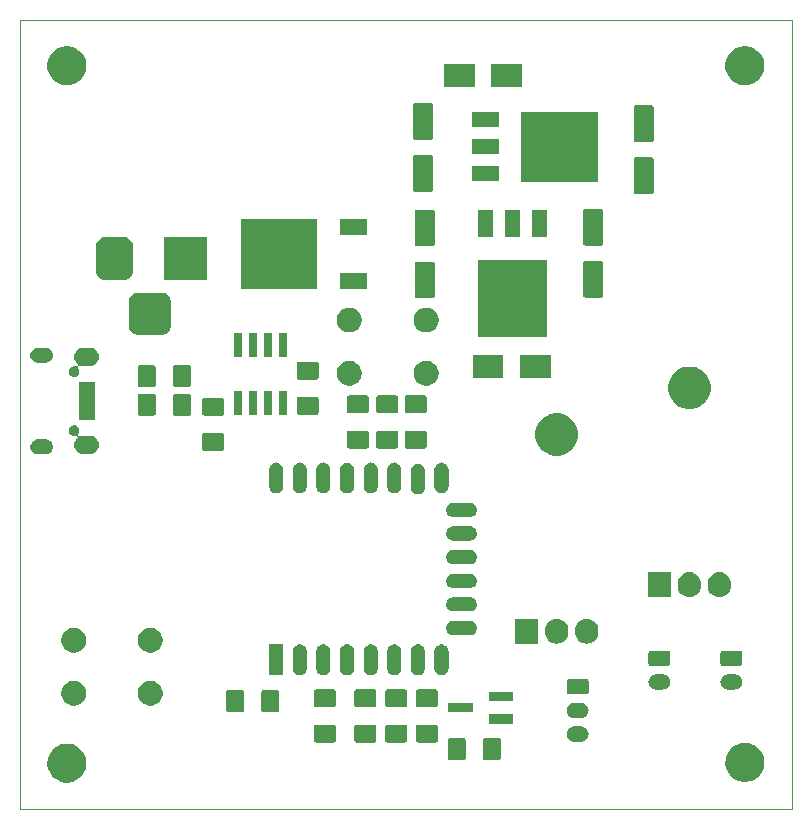
<source format=gbr>
%TF.GenerationSoftware,KiCad,Pcbnew,(5.1.5)-3*%
%TF.CreationDate,2020-09-10T16:10:11-05:00*%
%TF.ProjectId,UVLight,55564c69-6768-4742-9e6b-696361645f70,rev?*%
%TF.SameCoordinates,Original*%
%TF.FileFunction,Soldermask,Top*%
%TF.FilePolarity,Negative*%
%FSLAX46Y46*%
G04 Gerber Fmt 4.6, Leading zero omitted, Abs format (unit mm)*
G04 Created by KiCad (PCBNEW (5.1.5)-3) date 2020-09-10 16:10:11*
%MOMM*%
%LPD*%
G04 APERTURE LIST*
%ADD10C,0.050000*%
%ADD11C,0.100000*%
G04 APERTURE END LIST*
D10*
X95885000Y-140462000D02*
X95885000Y-73660000D01*
X161290000Y-140462000D02*
X95885000Y-140462000D01*
X161290000Y-73660000D02*
X161290000Y-140462000D01*
X95885000Y-73660000D02*
X161290000Y-73660000D01*
D11*
G36*
X100260756Y-134979798D02*
G01*
X100367079Y-135000947D01*
X100667542Y-135125403D01*
X100937951Y-135306085D01*
X101167915Y-135536049D01*
X101306169Y-135742960D01*
X101348598Y-135806460D01*
X101473053Y-136106922D01*
X101512219Y-136303819D01*
X101536500Y-136425891D01*
X101536500Y-136751109D01*
X101473053Y-137070079D01*
X101348597Y-137370542D01*
X101167915Y-137640951D01*
X100937951Y-137870915D01*
X100667542Y-138051597D01*
X100367079Y-138176053D01*
X100260756Y-138197202D01*
X100048111Y-138239500D01*
X99722889Y-138239500D01*
X99510244Y-138197202D01*
X99403921Y-138176053D01*
X99103458Y-138051597D01*
X98833049Y-137870915D01*
X98603085Y-137640951D01*
X98422403Y-137370542D01*
X98297947Y-137070079D01*
X98234500Y-136751109D01*
X98234500Y-136425891D01*
X98258782Y-136303819D01*
X98297947Y-136106922D01*
X98422402Y-135806460D01*
X98464831Y-135742960D01*
X98603085Y-135536049D01*
X98833049Y-135306085D01*
X99103458Y-135125403D01*
X99403921Y-135000947D01*
X99510244Y-134979798D01*
X99722889Y-134937500D01*
X100048111Y-134937500D01*
X100260756Y-134979798D01*
G37*
G36*
X157664756Y-134916298D02*
G01*
X157771079Y-134937447D01*
X158071542Y-135061903D01*
X158341951Y-135242585D01*
X158571915Y-135472549D01*
X158752597Y-135742958D01*
X158752598Y-135742960D01*
X158877053Y-136043422D01*
X158928850Y-136303819D01*
X158940500Y-136362391D01*
X158940500Y-136687609D01*
X158877053Y-137006579D01*
X158752597Y-137307042D01*
X158571915Y-137577451D01*
X158341951Y-137807415D01*
X158071542Y-137988097D01*
X157771079Y-138112553D01*
X157664756Y-138133702D01*
X157452111Y-138176000D01*
X157126889Y-138176000D01*
X156914244Y-138133702D01*
X156807921Y-138112553D01*
X156507458Y-137988097D01*
X156237049Y-137807415D01*
X156007085Y-137577451D01*
X155826403Y-137307042D01*
X155701947Y-137006579D01*
X155638500Y-136687609D01*
X155638500Y-136362391D01*
X155650151Y-136303819D01*
X155701947Y-136043422D01*
X155826402Y-135742960D01*
X155826403Y-135742958D01*
X156007085Y-135472549D01*
X156237049Y-135242585D01*
X156507458Y-135061903D01*
X156807921Y-134937447D01*
X156914244Y-134916298D01*
X157126889Y-134874000D01*
X157452111Y-134874000D01*
X157664756Y-134916298D01*
G37*
G36*
X136466562Y-134460181D02*
G01*
X136501481Y-134470774D01*
X136533663Y-134487976D01*
X136561873Y-134511127D01*
X136585024Y-134539337D01*
X136602226Y-134571519D01*
X136612819Y-134606438D01*
X136617000Y-134648895D01*
X136617000Y-136115105D01*
X136612819Y-136157562D01*
X136602226Y-136192481D01*
X136585024Y-136224663D01*
X136561873Y-136252873D01*
X136533663Y-136276024D01*
X136501481Y-136293226D01*
X136466562Y-136303819D01*
X136424105Y-136308000D01*
X135282895Y-136308000D01*
X135240438Y-136303819D01*
X135205519Y-136293226D01*
X135173337Y-136276024D01*
X135145127Y-136252873D01*
X135121976Y-136224663D01*
X135104774Y-136192481D01*
X135094181Y-136157562D01*
X135090000Y-136115105D01*
X135090000Y-134648895D01*
X135094181Y-134606438D01*
X135104774Y-134571519D01*
X135121976Y-134539337D01*
X135145127Y-134511127D01*
X135173337Y-134487976D01*
X135205519Y-134470774D01*
X135240438Y-134460181D01*
X135282895Y-134456000D01*
X136424105Y-134456000D01*
X136466562Y-134460181D01*
G37*
G36*
X133491562Y-134460181D02*
G01*
X133526481Y-134470774D01*
X133558663Y-134487976D01*
X133586873Y-134511127D01*
X133610024Y-134539337D01*
X133627226Y-134571519D01*
X133637819Y-134606438D01*
X133642000Y-134648895D01*
X133642000Y-136115105D01*
X133637819Y-136157562D01*
X133627226Y-136192481D01*
X133610024Y-136224663D01*
X133586873Y-136252873D01*
X133558663Y-136276024D01*
X133526481Y-136293226D01*
X133491562Y-136303819D01*
X133449105Y-136308000D01*
X132307895Y-136308000D01*
X132265438Y-136303819D01*
X132230519Y-136293226D01*
X132198337Y-136276024D01*
X132170127Y-136252873D01*
X132146976Y-136224663D01*
X132129774Y-136192481D01*
X132119181Y-136157562D01*
X132115000Y-136115105D01*
X132115000Y-134648895D01*
X132119181Y-134606438D01*
X132129774Y-134571519D01*
X132146976Y-134539337D01*
X132170127Y-134511127D01*
X132198337Y-134487976D01*
X132230519Y-134470774D01*
X132265438Y-134460181D01*
X132307895Y-134456000D01*
X133449105Y-134456000D01*
X133491562Y-134460181D01*
G37*
G36*
X122505562Y-133316181D02*
G01*
X122540481Y-133326774D01*
X122572663Y-133343976D01*
X122600873Y-133367127D01*
X122624024Y-133395337D01*
X122641226Y-133427519D01*
X122651819Y-133462438D01*
X122656000Y-133504895D01*
X122656000Y-134646105D01*
X122651819Y-134688562D01*
X122641226Y-134723481D01*
X122624024Y-134755663D01*
X122600873Y-134783873D01*
X122572663Y-134807024D01*
X122540481Y-134824226D01*
X122505562Y-134834819D01*
X122463105Y-134839000D01*
X120996895Y-134839000D01*
X120954438Y-134834819D01*
X120919519Y-134824226D01*
X120887337Y-134807024D01*
X120859127Y-134783873D01*
X120835976Y-134755663D01*
X120818774Y-134723481D01*
X120808181Y-134688562D01*
X120804000Y-134646105D01*
X120804000Y-133504895D01*
X120808181Y-133462438D01*
X120818774Y-133427519D01*
X120835976Y-133395337D01*
X120859127Y-133367127D01*
X120887337Y-133343976D01*
X120919519Y-133326774D01*
X120954438Y-133316181D01*
X120996895Y-133312000D01*
X122463105Y-133312000D01*
X122505562Y-133316181D01*
G37*
G36*
X131141562Y-133316181D02*
G01*
X131176481Y-133326774D01*
X131208663Y-133343976D01*
X131236873Y-133367127D01*
X131260024Y-133395337D01*
X131277226Y-133427519D01*
X131287819Y-133462438D01*
X131292000Y-133504895D01*
X131292000Y-134646105D01*
X131287819Y-134688562D01*
X131277226Y-134723481D01*
X131260024Y-134755663D01*
X131236873Y-134783873D01*
X131208663Y-134807024D01*
X131176481Y-134824226D01*
X131141562Y-134834819D01*
X131099105Y-134839000D01*
X129632895Y-134839000D01*
X129590438Y-134834819D01*
X129555519Y-134824226D01*
X129523337Y-134807024D01*
X129495127Y-134783873D01*
X129471976Y-134755663D01*
X129454774Y-134723481D01*
X129444181Y-134688562D01*
X129440000Y-134646105D01*
X129440000Y-133504895D01*
X129444181Y-133462438D01*
X129454774Y-133427519D01*
X129471976Y-133395337D01*
X129495127Y-133367127D01*
X129523337Y-133343976D01*
X129555519Y-133326774D01*
X129590438Y-133316181D01*
X129632895Y-133312000D01*
X131099105Y-133312000D01*
X131141562Y-133316181D01*
G37*
G36*
X125933562Y-133316181D02*
G01*
X125968481Y-133326774D01*
X126000663Y-133343976D01*
X126028873Y-133367127D01*
X126052024Y-133395337D01*
X126069226Y-133427519D01*
X126079819Y-133462438D01*
X126084000Y-133504895D01*
X126084000Y-134646105D01*
X126079819Y-134688562D01*
X126069226Y-134723481D01*
X126052024Y-134755663D01*
X126028873Y-134783873D01*
X126000663Y-134807024D01*
X125968481Y-134824226D01*
X125933562Y-134834819D01*
X125891105Y-134839000D01*
X124424895Y-134839000D01*
X124382438Y-134834819D01*
X124347519Y-134824226D01*
X124315337Y-134807024D01*
X124287127Y-134783873D01*
X124263976Y-134755663D01*
X124246774Y-134723481D01*
X124236181Y-134688562D01*
X124232000Y-134646105D01*
X124232000Y-133504895D01*
X124236181Y-133462438D01*
X124246774Y-133427519D01*
X124263976Y-133395337D01*
X124287127Y-133367127D01*
X124315337Y-133343976D01*
X124347519Y-133326774D01*
X124382438Y-133316181D01*
X124424895Y-133312000D01*
X125891105Y-133312000D01*
X125933562Y-133316181D01*
G37*
G36*
X128537562Y-133316181D02*
G01*
X128572481Y-133326774D01*
X128604663Y-133343976D01*
X128632873Y-133367127D01*
X128656024Y-133395337D01*
X128673226Y-133427519D01*
X128683819Y-133462438D01*
X128688000Y-133504895D01*
X128688000Y-134646105D01*
X128683819Y-134688562D01*
X128673226Y-134723481D01*
X128656024Y-134755663D01*
X128632873Y-134783873D01*
X128604663Y-134807024D01*
X128572481Y-134824226D01*
X128537562Y-134834819D01*
X128495105Y-134839000D01*
X127028895Y-134839000D01*
X126986438Y-134834819D01*
X126951519Y-134824226D01*
X126919337Y-134807024D01*
X126891127Y-134783873D01*
X126867976Y-134755663D01*
X126850774Y-134723481D01*
X126840181Y-134688562D01*
X126836000Y-134646105D01*
X126836000Y-133504895D01*
X126840181Y-133462438D01*
X126850774Y-133427519D01*
X126867976Y-133395337D01*
X126891127Y-133367127D01*
X126919337Y-133343976D01*
X126951519Y-133326774D01*
X126986438Y-133316181D01*
X127028895Y-133312000D01*
X128495105Y-133312000D01*
X128537562Y-133316181D01*
G37*
G36*
X143450574Y-133462438D02*
G01*
X143531618Y-133470420D01*
X143622404Y-133497960D01*
X143654336Y-133507646D01*
X143767425Y-133568094D01*
X143866554Y-133649446D01*
X143947906Y-133748575D01*
X144008354Y-133861664D01*
X144008355Y-133861668D01*
X144045580Y-133984382D01*
X144058149Y-134112000D01*
X144045580Y-134239618D01*
X144018040Y-134330404D01*
X144008354Y-134362336D01*
X143947906Y-134475425D01*
X143866554Y-134574554D01*
X143767425Y-134655906D01*
X143654336Y-134716354D01*
X143630841Y-134723481D01*
X143531618Y-134753580D01*
X143467855Y-134759860D01*
X143435974Y-134763000D01*
X142822026Y-134763000D01*
X142790145Y-134759860D01*
X142726382Y-134753580D01*
X142627159Y-134723481D01*
X142603664Y-134716354D01*
X142490575Y-134655906D01*
X142391446Y-134574554D01*
X142310094Y-134475425D01*
X142249646Y-134362336D01*
X142239960Y-134330404D01*
X142212420Y-134239618D01*
X142199851Y-134112000D01*
X142212420Y-133984382D01*
X142249645Y-133861668D01*
X142249646Y-133861664D01*
X142310094Y-133748575D01*
X142391446Y-133649446D01*
X142490575Y-133568094D01*
X142603664Y-133507646D01*
X142635596Y-133497960D01*
X142726382Y-133470420D01*
X142807426Y-133462438D01*
X142822026Y-133461000D01*
X143435974Y-133461000D01*
X143450574Y-133462438D01*
G37*
G36*
X137689000Y-133241000D02*
G01*
X135587000Y-133241000D01*
X135587000Y-132439000D01*
X137689000Y-132439000D01*
X137689000Y-133241000D01*
G37*
G36*
X143467855Y-131464140D02*
G01*
X143531618Y-131470420D01*
X143622404Y-131497960D01*
X143654336Y-131507646D01*
X143767425Y-131568094D01*
X143866554Y-131649446D01*
X143947906Y-131748575D01*
X144008354Y-131861664D01*
X144018040Y-131893596D01*
X144045580Y-131984382D01*
X144058149Y-132112000D01*
X144045580Y-132239618D01*
X144029993Y-132291000D01*
X144008354Y-132362336D01*
X143947906Y-132475425D01*
X143866554Y-132574554D01*
X143767425Y-132655906D01*
X143654336Y-132716354D01*
X143622404Y-132726040D01*
X143531618Y-132753580D01*
X143467855Y-132759860D01*
X143435974Y-132763000D01*
X142822026Y-132763000D01*
X142790145Y-132759860D01*
X142726382Y-132753580D01*
X142635596Y-132726040D01*
X142603664Y-132716354D01*
X142490575Y-132655906D01*
X142391446Y-132574554D01*
X142310094Y-132475425D01*
X142249646Y-132362336D01*
X142228007Y-132291000D01*
X142212420Y-132239618D01*
X142199851Y-132112000D01*
X142212420Y-131984382D01*
X142239960Y-131893596D01*
X142249646Y-131861664D01*
X142310094Y-131748575D01*
X142391446Y-131649446D01*
X142490575Y-131568094D01*
X142603664Y-131507646D01*
X142635596Y-131497960D01*
X142726382Y-131470420D01*
X142790145Y-131464140D01*
X142822026Y-131461000D01*
X143435974Y-131461000D01*
X143467855Y-131464140D01*
G37*
G36*
X134289000Y-132291000D02*
G01*
X132187000Y-132291000D01*
X132187000Y-131489000D01*
X134289000Y-131489000D01*
X134289000Y-132291000D01*
G37*
G36*
X117734562Y-130396181D02*
G01*
X117769481Y-130406774D01*
X117801663Y-130423976D01*
X117829873Y-130447127D01*
X117853024Y-130475337D01*
X117870226Y-130507519D01*
X117880819Y-130542438D01*
X117885000Y-130584895D01*
X117885000Y-132051105D01*
X117880819Y-132093562D01*
X117870226Y-132128481D01*
X117853024Y-132160663D01*
X117829873Y-132188873D01*
X117801663Y-132212024D01*
X117769481Y-132229226D01*
X117734562Y-132239819D01*
X117692105Y-132244000D01*
X116550895Y-132244000D01*
X116508438Y-132239819D01*
X116473519Y-132229226D01*
X116441337Y-132212024D01*
X116413127Y-132188873D01*
X116389976Y-132160663D01*
X116372774Y-132128481D01*
X116362181Y-132093562D01*
X116358000Y-132051105D01*
X116358000Y-130584895D01*
X116362181Y-130542438D01*
X116372774Y-130507519D01*
X116389976Y-130475337D01*
X116413127Y-130447127D01*
X116441337Y-130423976D01*
X116473519Y-130406774D01*
X116508438Y-130396181D01*
X116550895Y-130392000D01*
X117692105Y-130392000D01*
X117734562Y-130396181D01*
G37*
G36*
X114759562Y-130396181D02*
G01*
X114794481Y-130406774D01*
X114826663Y-130423976D01*
X114854873Y-130447127D01*
X114878024Y-130475337D01*
X114895226Y-130507519D01*
X114905819Y-130542438D01*
X114910000Y-130584895D01*
X114910000Y-132051105D01*
X114905819Y-132093562D01*
X114895226Y-132128481D01*
X114878024Y-132160663D01*
X114854873Y-132188873D01*
X114826663Y-132212024D01*
X114794481Y-132229226D01*
X114759562Y-132239819D01*
X114717105Y-132244000D01*
X113575895Y-132244000D01*
X113533438Y-132239819D01*
X113498519Y-132229226D01*
X113466337Y-132212024D01*
X113438127Y-132188873D01*
X113414976Y-132160663D01*
X113397774Y-132128481D01*
X113387181Y-132093562D01*
X113383000Y-132051105D01*
X113383000Y-130584895D01*
X113387181Y-130542438D01*
X113397774Y-130507519D01*
X113414976Y-130475337D01*
X113438127Y-130447127D01*
X113466337Y-130423976D01*
X113498519Y-130406774D01*
X113533438Y-130396181D01*
X113575895Y-130392000D01*
X114717105Y-130392000D01*
X114759562Y-130396181D01*
G37*
G36*
X128537562Y-130341181D02*
G01*
X128572481Y-130351774D01*
X128604663Y-130368976D01*
X128632873Y-130392127D01*
X128656024Y-130420337D01*
X128673226Y-130452519D01*
X128683819Y-130487438D01*
X128688000Y-130529895D01*
X128688000Y-131671105D01*
X128683819Y-131713562D01*
X128673226Y-131748481D01*
X128656024Y-131780663D01*
X128632873Y-131808873D01*
X128604663Y-131832024D01*
X128572481Y-131849226D01*
X128537562Y-131859819D01*
X128495105Y-131864000D01*
X127028895Y-131864000D01*
X126986438Y-131859819D01*
X126951519Y-131849226D01*
X126919337Y-131832024D01*
X126891127Y-131808873D01*
X126867976Y-131780663D01*
X126850774Y-131748481D01*
X126840181Y-131713562D01*
X126836000Y-131671105D01*
X126836000Y-130529895D01*
X126840181Y-130487438D01*
X126850774Y-130452519D01*
X126867976Y-130420337D01*
X126891127Y-130392127D01*
X126919337Y-130368976D01*
X126951519Y-130351774D01*
X126986438Y-130341181D01*
X127028895Y-130337000D01*
X128495105Y-130337000D01*
X128537562Y-130341181D01*
G37*
G36*
X122505562Y-130341181D02*
G01*
X122540481Y-130351774D01*
X122572663Y-130368976D01*
X122600873Y-130392127D01*
X122624024Y-130420337D01*
X122641226Y-130452519D01*
X122651819Y-130487438D01*
X122656000Y-130529895D01*
X122656000Y-131671105D01*
X122651819Y-131713562D01*
X122641226Y-131748481D01*
X122624024Y-131780663D01*
X122600873Y-131808873D01*
X122572663Y-131832024D01*
X122540481Y-131849226D01*
X122505562Y-131859819D01*
X122463105Y-131864000D01*
X120996895Y-131864000D01*
X120954438Y-131859819D01*
X120919519Y-131849226D01*
X120887337Y-131832024D01*
X120859127Y-131808873D01*
X120835976Y-131780663D01*
X120818774Y-131748481D01*
X120808181Y-131713562D01*
X120804000Y-131671105D01*
X120804000Y-130529895D01*
X120808181Y-130487438D01*
X120818774Y-130452519D01*
X120835976Y-130420337D01*
X120859127Y-130392127D01*
X120887337Y-130368976D01*
X120919519Y-130351774D01*
X120954438Y-130341181D01*
X120996895Y-130337000D01*
X122463105Y-130337000D01*
X122505562Y-130341181D01*
G37*
G36*
X131141562Y-130341181D02*
G01*
X131176481Y-130351774D01*
X131208663Y-130368976D01*
X131236873Y-130392127D01*
X131260024Y-130420337D01*
X131277226Y-130452519D01*
X131287819Y-130487438D01*
X131292000Y-130529895D01*
X131292000Y-131671105D01*
X131287819Y-131713562D01*
X131277226Y-131748481D01*
X131260024Y-131780663D01*
X131236873Y-131808873D01*
X131208663Y-131832024D01*
X131176481Y-131849226D01*
X131141562Y-131859819D01*
X131099105Y-131864000D01*
X129632895Y-131864000D01*
X129590438Y-131859819D01*
X129555519Y-131849226D01*
X129523337Y-131832024D01*
X129495127Y-131808873D01*
X129471976Y-131780663D01*
X129454774Y-131748481D01*
X129444181Y-131713562D01*
X129440000Y-131671105D01*
X129440000Y-130529895D01*
X129444181Y-130487438D01*
X129454774Y-130452519D01*
X129471976Y-130420337D01*
X129495127Y-130392127D01*
X129523337Y-130368976D01*
X129555519Y-130351774D01*
X129590438Y-130341181D01*
X129632895Y-130337000D01*
X131099105Y-130337000D01*
X131141562Y-130341181D01*
G37*
G36*
X125933562Y-130341181D02*
G01*
X125968481Y-130351774D01*
X126000663Y-130368976D01*
X126028873Y-130392127D01*
X126052024Y-130420337D01*
X126069226Y-130452519D01*
X126079819Y-130487438D01*
X126084000Y-130529895D01*
X126084000Y-131671105D01*
X126079819Y-131713562D01*
X126069226Y-131748481D01*
X126052024Y-131780663D01*
X126028873Y-131808873D01*
X126000663Y-131832024D01*
X125968481Y-131849226D01*
X125933562Y-131859819D01*
X125891105Y-131864000D01*
X124424895Y-131864000D01*
X124382438Y-131859819D01*
X124347519Y-131849226D01*
X124315337Y-131832024D01*
X124287127Y-131808873D01*
X124263976Y-131780663D01*
X124246774Y-131748481D01*
X124236181Y-131713562D01*
X124232000Y-131671105D01*
X124232000Y-130529895D01*
X124236181Y-130487438D01*
X124246774Y-130452519D01*
X124263976Y-130420337D01*
X124287127Y-130392127D01*
X124315337Y-130368976D01*
X124347519Y-130351774D01*
X124382438Y-130341181D01*
X124424895Y-130337000D01*
X125891105Y-130337000D01*
X125933562Y-130341181D01*
G37*
G36*
X107263564Y-129663389D02*
G01*
X107429807Y-129732249D01*
X107454835Y-129742616D01*
X107626973Y-129857635D01*
X107773365Y-130004027D01*
X107888385Y-130176167D01*
X107967611Y-130367436D01*
X108008000Y-130570484D01*
X108008000Y-130777516D01*
X107967611Y-130980564D01*
X107888385Y-131171833D01*
X107888384Y-131171835D01*
X107773365Y-131343973D01*
X107626973Y-131490365D01*
X107454835Y-131605384D01*
X107454834Y-131605385D01*
X107454833Y-131605385D01*
X107263564Y-131684611D01*
X107060516Y-131725000D01*
X106853484Y-131725000D01*
X106650436Y-131684611D01*
X106459167Y-131605385D01*
X106459166Y-131605385D01*
X106459165Y-131605384D01*
X106287027Y-131490365D01*
X106140635Y-131343973D01*
X106025616Y-131171835D01*
X106025615Y-131171833D01*
X105946389Y-130980564D01*
X105906000Y-130777516D01*
X105906000Y-130570484D01*
X105946389Y-130367436D01*
X106025615Y-130176167D01*
X106140635Y-130004027D01*
X106287027Y-129857635D01*
X106459165Y-129742616D01*
X106484193Y-129732249D01*
X106650436Y-129663389D01*
X106853484Y-129623000D01*
X107060516Y-129623000D01*
X107263564Y-129663389D01*
G37*
G36*
X100763564Y-129663389D02*
G01*
X100929807Y-129732249D01*
X100954835Y-129742616D01*
X101126973Y-129857635D01*
X101273365Y-130004027D01*
X101388385Y-130176167D01*
X101467611Y-130367436D01*
X101508000Y-130570484D01*
X101508000Y-130777516D01*
X101467611Y-130980564D01*
X101388385Y-131171833D01*
X101388384Y-131171835D01*
X101273365Y-131343973D01*
X101126973Y-131490365D01*
X100954835Y-131605384D01*
X100954834Y-131605385D01*
X100954833Y-131605385D01*
X100763564Y-131684611D01*
X100560516Y-131725000D01*
X100353484Y-131725000D01*
X100150436Y-131684611D01*
X99959167Y-131605385D01*
X99959166Y-131605385D01*
X99959165Y-131605384D01*
X99787027Y-131490365D01*
X99640635Y-131343973D01*
X99525616Y-131171835D01*
X99525615Y-131171833D01*
X99446389Y-130980564D01*
X99406000Y-130777516D01*
X99406000Y-130570484D01*
X99446389Y-130367436D01*
X99525615Y-130176167D01*
X99640635Y-130004027D01*
X99787027Y-129857635D01*
X99959165Y-129742616D01*
X99984193Y-129732249D01*
X100150436Y-129663389D01*
X100353484Y-129623000D01*
X100560516Y-129623000D01*
X100763564Y-129663389D01*
G37*
G36*
X137689000Y-131341000D02*
G01*
X135587000Y-131341000D01*
X135587000Y-130539000D01*
X137689000Y-130539000D01*
X137689000Y-131341000D01*
G37*
G36*
X143895242Y-129465404D02*
G01*
X143932337Y-129476657D01*
X143966515Y-129494925D01*
X143996481Y-129519519D01*
X144021075Y-129549485D01*
X144039343Y-129583663D01*
X144050596Y-129620758D01*
X144055000Y-129665474D01*
X144055000Y-130558526D01*
X144050596Y-130603242D01*
X144039343Y-130640337D01*
X144021075Y-130674515D01*
X143996481Y-130704481D01*
X143966515Y-130729075D01*
X143932337Y-130747343D01*
X143895242Y-130758596D01*
X143850526Y-130763000D01*
X142407474Y-130763000D01*
X142362758Y-130758596D01*
X142325663Y-130747343D01*
X142291485Y-130729075D01*
X142261519Y-130704481D01*
X142236925Y-130674515D01*
X142218657Y-130640337D01*
X142207404Y-130603242D01*
X142203000Y-130558526D01*
X142203000Y-129665474D01*
X142207404Y-129620758D01*
X142218657Y-129583663D01*
X142236925Y-129549485D01*
X142261519Y-129519519D01*
X142291485Y-129494925D01*
X142325663Y-129476657D01*
X142362758Y-129465404D01*
X142407474Y-129461000D01*
X143850526Y-129461000D01*
X143895242Y-129465404D01*
G37*
G36*
X156485855Y-129050640D02*
G01*
X156549618Y-129056920D01*
X156640404Y-129084460D01*
X156672336Y-129094146D01*
X156785425Y-129154594D01*
X156884554Y-129235946D01*
X156965906Y-129335075D01*
X157026354Y-129448164D01*
X157031829Y-129466212D01*
X157063580Y-129570882D01*
X157076149Y-129698500D01*
X157063580Y-129826118D01*
X157054019Y-129857635D01*
X157026354Y-129948836D01*
X156965906Y-130061925D01*
X156884554Y-130161054D01*
X156785425Y-130242406D01*
X156672336Y-130302854D01*
X156640404Y-130312540D01*
X156549618Y-130340080D01*
X156485855Y-130346360D01*
X156453974Y-130349500D01*
X155840026Y-130349500D01*
X155808145Y-130346360D01*
X155744382Y-130340080D01*
X155653596Y-130312540D01*
X155621664Y-130302854D01*
X155508575Y-130242406D01*
X155409446Y-130161054D01*
X155328094Y-130061925D01*
X155267646Y-129948836D01*
X155239981Y-129857635D01*
X155230420Y-129826118D01*
X155217851Y-129698500D01*
X155230420Y-129570882D01*
X155262171Y-129466212D01*
X155267646Y-129448164D01*
X155328094Y-129335075D01*
X155409446Y-129235946D01*
X155508575Y-129154594D01*
X155621664Y-129094146D01*
X155653596Y-129084460D01*
X155744382Y-129056920D01*
X155808145Y-129050640D01*
X155840026Y-129047500D01*
X156453974Y-129047500D01*
X156485855Y-129050640D01*
G37*
G36*
X150389855Y-129050640D02*
G01*
X150453618Y-129056920D01*
X150544404Y-129084460D01*
X150576336Y-129094146D01*
X150689425Y-129154594D01*
X150788554Y-129235946D01*
X150869906Y-129335075D01*
X150930354Y-129448164D01*
X150935829Y-129466212D01*
X150967580Y-129570882D01*
X150980149Y-129698500D01*
X150967580Y-129826118D01*
X150958019Y-129857635D01*
X150930354Y-129948836D01*
X150869906Y-130061925D01*
X150788554Y-130161054D01*
X150689425Y-130242406D01*
X150576336Y-130302854D01*
X150544404Y-130312540D01*
X150453618Y-130340080D01*
X150389855Y-130346360D01*
X150357974Y-130349500D01*
X149744026Y-130349500D01*
X149712145Y-130346360D01*
X149648382Y-130340080D01*
X149557596Y-130312540D01*
X149525664Y-130302854D01*
X149412575Y-130242406D01*
X149313446Y-130161054D01*
X149232094Y-130061925D01*
X149171646Y-129948836D01*
X149143981Y-129857635D01*
X149134420Y-129826118D01*
X149121851Y-129698500D01*
X149134420Y-129570882D01*
X149166171Y-129466212D01*
X149171646Y-129448164D01*
X149232094Y-129335075D01*
X149313446Y-129235946D01*
X149412575Y-129154594D01*
X149525664Y-129094146D01*
X149557596Y-129084460D01*
X149648382Y-129056920D01*
X149712145Y-129050640D01*
X149744026Y-129047500D01*
X150357974Y-129047500D01*
X150389855Y-129050640D01*
G37*
G36*
X131719817Y-126534696D02*
G01*
X131833104Y-126569062D01*
X131937511Y-126624869D01*
X131937513Y-126624870D01*
X131937512Y-126624870D01*
X132029027Y-126699973D01*
X132092711Y-126777572D01*
X132104131Y-126791488D01*
X132159938Y-126895895D01*
X132194304Y-127009182D01*
X132203000Y-127097481D01*
X132203000Y-128556519D01*
X132194304Y-128644818D01*
X132159938Y-128758105D01*
X132104131Y-128862512D01*
X132029027Y-128954027D01*
X131937512Y-129029131D01*
X131833105Y-129084938D01*
X131719818Y-129119304D01*
X131602000Y-129130907D01*
X131484183Y-129119304D01*
X131370896Y-129084938D01*
X131266489Y-129029131D01*
X131174974Y-128954027D01*
X131099870Y-128862512D01*
X131044063Y-128758105D01*
X131009697Y-128644818D01*
X131001001Y-128556519D01*
X131001000Y-127097482D01*
X131009696Y-127009183D01*
X131044062Y-126895896D01*
X131099869Y-126791489D01*
X131113338Y-126775077D01*
X131174973Y-126699973D01*
X131266487Y-126624870D01*
X131266486Y-126624870D01*
X131266488Y-126624869D01*
X131370895Y-126569062D01*
X131484182Y-126534696D01*
X131602000Y-126523093D01*
X131719817Y-126534696D01*
G37*
G36*
X127719817Y-126534696D02*
G01*
X127833104Y-126569062D01*
X127937511Y-126624869D01*
X127937513Y-126624870D01*
X127937512Y-126624870D01*
X128029027Y-126699973D01*
X128092711Y-126777572D01*
X128104131Y-126791488D01*
X128159938Y-126895895D01*
X128194304Y-127009182D01*
X128203000Y-127097481D01*
X128203000Y-128556519D01*
X128194304Y-128644818D01*
X128159938Y-128758105D01*
X128104131Y-128862512D01*
X128029027Y-128954027D01*
X127937512Y-129029131D01*
X127833105Y-129084938D01*
X127719818Y-129119304D01*
X127602000Y-129130907D01*
X127484183Y-129119304D01*
X127370896Y-129084938D01*
X127266489Y-129029131D01*
X127174974Y-128954027D01*
X127099870Y-128862512D01*
X127044063Y-128758105D01*
X127009697Y-128644818D01*
X127001001Y-128556519D01*
X127001000Y-127097482D01*
X127009696Y-127009183D01*
X127044062Y-126895896D01*
X127099869Y-126791489D01*
X127113338Y-126775077D01*
X127174973Y-126699973D01*
X127266487Y-126624870D01*
X127266486Y-126624870D01*
X127266488Y-126624869D01*
X127370895Y-126569062D01*
X127484182Y-126534696D01*
X127602000Y-126523093D01*
X127719817Y-126534696D01*
G37*
G36*
X125719817Y-126534696D02*
G01*
X125833104Y-126569062D01*
X125937511Y-126624869D01*
X125937513Y-126624870D01*
X125937512Y-126624870D01*
X126029027Y-126699973D01*
X126092711Y-126777572D01*
X126104131Y-126791488D01*
X126159938Y-126895895D01*
X126194304Y-127009182D01*
X126203000Y-127097481D01*
X126203000Y-128556519D01*
X126194304Y-128644818D01*
X126159938Y-128758105D01*
X126104131Y-128862512D01*
X126029027Y-128954027D01*
X125937512Y-129029131D01*
X125833105Y-129084938D01*
X125719818Y-129119304D01*
X125602000Y-129130907D01*
X125484183Y-129119304D01*
X125370896Y-129084938D01*
X125266489Y-129029131D01*
X125174974Y-128954027D01*
X125099870Y-128862512D01*
X125044063Y-128758105D01*
X125009697Y-128644818D01*
X125001001Y-128556519D01*
X125001000Y-127097482D01*
X125009696Y-127009183D01*
X125044062Y-126895896D01*
X125099869Y-126791489D01*
X125113338Y-126775077D01*
X125174973Y-126699973D01*
X125266487Y-126624870D01*
X125266486Y-126624870D01*
X125266488Y-126624869D01*
X125370895Y-126569062D01*
X125484182Y-126534696D01*
X125602000Y-126523093D01*
X125719817Y-126534696D01*
G37*
G36*
X121719817Y-126534696D02*
G01*
X121833104Y-126569062D01*
X121937511Y-126624869D01*
X121937513Y-126624870D01*
X121937512Y-126624870D01*
X122029027Y-126699973D01*
X122092711Y-126777572D01*
X122104131Y-126791488D01*
X122159938Y-126895895D01*
X122194304Y-127009182D01*
X122203000Y-127097481D01*
X122203000Y-128556519D01*
X122194304Y-128644818D01*
X122159938Y-128758105D01*
X122104131Y-128862512D01*
X122029027Y-128954027D01*
X121937512Y-129029131D01*
X121833105Y-129084938D01*
X121719818Y-129119304D01*
X121602000Y-129130907D01*
X121484183Y-129119304D01*
X121370896Y-129084938D01*
X121266489Y-129029131D01*
X121174974Y-128954027D01*
X121099870Y-128862512D01*
X121044063Y-128758105D01*
X121009697Y-128644818D01*
X121001001Y-128556519D01*
X121001000Y-127097482D01*
X121009696Y-127009183D01*
X121044062Y-126895896D01*
X121099869Y-126791489D01*
X121113338Y-126775077D01*
X121174973Y-126699973D01*
X121266487Y-126624870D01*
X121266486Y-126624870D01*
X121266488Y-126624869D01*
X121370895Y-126569062D01*
X121484182Y-126534696D01*
X121602000Y-126523093D01*
X121719817Y-126534696D01*
G37*
G36*
X119719817Y-126534696D02*
G01*
X119833104Y-126569062D01*
X119937511Y-126624869D01*
X119937513Y-126624870D01*
X119937512Y-126624870D01*
X120029027Y-126699973D01*
X120092711Y-126777572D01*
X120104131Y-126791488D01*
X120159938Y-126895895D01*
X120194304Y-127009182D01*
X120203000Y-127097481D01*
X120203000Y-128556519D01*
X120194304Y-128644818D01*
X120159938Y-128758105D01*
X120104131Y-128862512D01*
X120029027Y-128954027D01*
X119937512Y-129029131D01*
X119833105Y-129084938D01*
X119719818Y-129119304D01*
X119602000Y-129130907D01*
X119484183Y-129119304D01*
X119370896Y-129084938D01*
X119266489Y-129029131D01*
X119174974Y-128954027D01*
X119099870Y-128862512D01*
X119044063Y-128758105D01*
X119009697Y-128644818D01*
X119001001Y-128556519D01*
X119001000Y-127097482D01*
X119009696Y-127009183D01*
X119044062Y-126895896D01*
X119099869Y-126791489D01*
X119113338Y-126775077D01*
X119174973Y-126699973D01*
X119266487Y-126624870D01*
X119266486Y-126624870D01*
X119266488Y-126624869D01*
X119370895Y-126569062D01*
X119484182Y-126534696D01*
X119602000Y-126523093D01*
X119719817Y-126534696D01*
G37*
G36*
X129719817Y-126534696D02*
G01*
X129833104Y-126569062D01*
X129937511Y-126624869D01*
X129937513Y-126624870D01*
X129937512Y-126624870D01*
X130029027Y-126699973D01*
X130092711Y-126777572D01*
X130104131Y-126791488D01*
X130159938Y-126895895D01*
X130194304Y-127009182D01*
X130203000Y-127097481D01*
X130203000Y-128556519D01*
X130194304Y-128644818D01*
X130159938Y-128758105D01*
X130104131Y-128862512D01*
X130029027Y-128954027D01*
X129937512Y-129029131D01*
X129833105Y-129084938D01*
X129719818Y-129119304D01*
X129602000Y-129130907D01*
X129484183Y-129119304D01*
X129370896Y-129084938D01*
X129266489Y-129029131D01*
X129174974Y-128954027D01*
X129099870Y-128862512D01*
X129044063Y-128758105D01*
X129009697Y-128644818D01*
X129001001Y-128556519D01*
X129001000Y-127097482D01*
X129009696Y-127009183D01*
X129044062Y-126895896D01*
X129099869Y-126791489D01*
X129113338Y-126775077D01*
X129174973Y-126699973D01*
X129266487Y-126624870D01*
X129266486Y-126624870D01*
X129266488Y-126624869D01*
X129370895Y-126569062D01*
X129484182Y-126534696D01*
X129602000Y-126523093D01*
X129719817Y-126534696D01*
G37*
G36*
X123719817Y-126534696D02*
G01*
X123833104Y-126569062D01*
X123937511Y-126624869D01*
X123937513Y-126624870D01*
X123937512Y-126624870D01*
X124029027Y-126699973D01*
X124092711Y-126777572D01*
X124104131Y-126791488D01*
X124159938Y-126895895D01*
X124194304Y-127009182D01*
X124203000Y-127097481D01*
X124203000Y-128556519D01*
X124194304Y-128644818D01*
X124159938Y-128758105D01*
X124104131Y-128862512D01*
X124029027Y-128954027D01*
X123937512Y-129029131D01*
X123833105Y-129084938D01*
X123719818Y-129119304D01*
X123602000Y-129130907D01*
X123484183Y-129119304D01*
X123370896Y-129084938D01*
X123266489Y-129029131D01*
X123174974Y-128954027D01*
X123099870Y-128862512D01*
X123044063Y-128758105D01*
X123009697Y-128644818D01*
X123001001Y-128556519D01*
X123001000Y-127097482D01*
X123009696Y-127009183D01*
X123044062Y-126895896D01*
X123099869Y-126791489D01*
X123113338Y-126775077D01*
X123174973Y-126699973D01*
X123266487Y-126624870D01*
X123266486Y-126624870D01*
X123266488Y-126624869D01*
X123370895Y-126569062D01*
X123484182Y-126534696D01*
X123602000Y-126523093D01*
X123719817Y-126534696D01*
G37*
G36*
X118203000Y-129128000D02*
G01*
X117001000Y-129128000D01*
X117001000Y-126526000D01*
X118203000Y-126526000D01*
X118203000Y-129128000D01*
G37*
G36*
X150817242Y-127051904D02*
G01*
X150854337Y-127063157D01*
X150888515Y-127081425D01*
X150918481Y-127106019D01*
X150943075Y-127135985D01*
X150961343Y-127170163D01*
X150972596Y-127207258D01*
X150977000Y-127251974D01*
X150977000Y-128145026D01*
X150972596Y-128189742D01*
X150961343Y-128226837D01*
X150943075Y-128261015D01*
X150918481Y-128290981D01*
X150888515Y-128315575D01*
X150854337Y-128333843D01*
X150817242Y-128345096D01*
X150772526Y-128349500D01*
X149329474Y-128349500D01*
X149284758Y-128345096D01*
X149247663Y-128333843D01*
X149213485Y-128315575D01*
X149183519Y-128290981D01*
X149158925Y-128261015D01*
X149140657Y-128226837D01*
X149129404Y-128189742D01*
X149125000Y-128145026D01*
X149125000Y-127251974D01*
X149129404Y-127207258D01*
X149140657Y-127170163D01*
X149158925Y-127135985D01*
X149183519Y-127106019D01*
X149213485Y-127081425D01*
X149247663Y-127063157D01*
X149284758Y-127051904D01*
X149329474Y-127047500D01*
X150772526Y-127047500D01*
X150817242Y-127051904D01*
G37*
G36*
X156913242Y-127051904D02*
G01*
X156950337Y-127063157D01*
X156984515Y-127081425D01*
X157014481Y-127106019D01*
X157039075Y-127135985D01*
X157057343Y-127170163D01*
X157068596Y-127207258D01*
X157073000Y-127251974D01*
X157073000Y-128145026D01*
X157068596Y-128189742D01*
X157057343Y-128226837D01*
X157039075Y-128261015D01*
X157014481Y-128290981D01*
X156984515Y-128315575D01*
X156950337Y-128333843D01*
X156913242Y-128345096D01*
X156868526Y-128349500D01*
X155425474Y-128349500D01*
X155380758Y-128345096D01*
X155343663Y-128333843D01*
X155309485Y-128315575D01*
X155279519Y-128290981D01*
X155254925Y-128261015D01*
X155236657Y-128226837D01*
X155225404Y-128189742D01*
X155221000Y-128145026D01*
X155221000Y-127251974D01*
X155225404Y-127207258D01*
X155236657Y-127170163D01*
X155254925Y-127135985D01*
X155279519Y-127106019D01*
X155309485Y-127081425D01*
X155343663Y-127063157D01*
X155380758Y-127051904D01*
X155425474Y-127047500D01*
X156868526Y-127047500D01*
X156913242Y-127051904D01*
G37*
G36*
X107263564Y-125163389D02*
G01*
X107454833Y-125242615D01*
X107454835Y-125242616D01*
X107626973Y-125357635D01*
X107773365Y-125504027D01*
X107875057Y-125656219D01*
X107888385Y-125676167D01*
X107967611Y-125867436D01*
X108008000Y-126070484D01*
X108008000Y-126277516D01*
X107967611Y-126480564D01*
X107888385Y-126671833D01*
X107888384Y-126671835D01*
X107773365Y-126843973D01*
X107626973Y-126990365D01*
X107454835Y-127105384D01*
X107454834Y-127105385D01*
X107454833Y-127105385D01*
X107263564Y-127184611D01*
X107060516Y-127225000D01*
X106853484Y-127225000D01*
X106650436Y-127184611D01*
X106459167Y-127105385D01*
X106459166Y-127105385D01*
X106459165Y-127105384D01*
X106287027Y-126990365D01*
X106140635Y-126843973D01*
X106025616Y-126671835D01*
X106025615Y-126671833D01*
X105946389Y-126480564D01*
X105906000Y-126277516D01*
X105906000Y-126070484D01*
X105946389Y-125867436D01*
X106025615Y-125676167D01*
X106038944Y-125656219D01*
X106140635Y-125504027D01*
X106287027Y-125357635D01*
X106459165Y-125242616D01*
X106459167Y-125242615D01*
X106650436Y-125163389D01*
X106853484Y-125123000D01*
X107060516Y-125123000D01*
X107263564Y-125163389D01*
G37*
G36*
X100763564Y-125163389D02*
G01*
X100954833Y-125242615D01*
X100954835Y-125242616D01*
X101126973Y-125357635D01*
X101273365Y-125504027D01*
X101375057Y-125656219D01*
X101388385Y-125676167D01*
X101467611Y-125867436D01*
X101508000Y-126070484D01*
X101508000Y-126277516D01*
X101467611Y-126480564D01*
X101388385Y-126671833D01*
X101388384Y-126671835D01*
X101273365Y-126843973D01*
X101126973Y-126990365D01*
X100954835Y-127105384D01*
X100954834Y-127105385D01*
X100954833Y-127105385D01*
X100763564Y-127184611D01*
X100560516Y-127225000D01*
X100353484Y-127225000D01*
X100150436Y-127184611D01*
X99959167Y-127105385D01*
X99959166Y-127105385D01*
X99959165Y-127105384D01*
X99787027Y-126990365D01*
X99640635Y-126843973D01*
X99525616Y-126671835D01*
X99525615Y-126671833D01*
X99446389Y-126480564D01*
X99406000Y-126277516D01*
X99406000Y-126070484D01*
X99446389Y-125867436D01*
X99525615Y-125676167D01*
X99538944Y-125656219D01*
X99640635Y-125504027D01*
X99787027Y-125357635D01*
X99959165Y-125242616D01*
X99959167Y-125242615D01*
X100150436Y-125163389D01*
X100353484Y-125123000D01*
X100560516Y-125123000D01*
X100763564Y-125163389D01*
G37*
G36*
X144087719Y-124375520D02*
G01*
X144276880Y-124432901D01*
X144276883Y-124432902D01*
X144369333Y-124482318D01*
X144451212Y-124526083D01*
X144604015Y-124651485D01*
X144729417Y-124804288D01*
X144822599Y-124978619D01*
X144879980Y-125167780D01*
X144894500Y-125315206D01*
X144894500Y-125508793D01*
X144879980Y-125656219D01*
X144857810Y-125729303D01*
X144822598Y-125845383D01*
X144810810Y-125867436D01*
X144729417Y-126019712D01*
X144604015Y-126172515D01*
X144451212Y-126297917D01*
X144276881Y-126391099D01*
X144087720Y-126448480D01*
X143891000Y-126467855D01*
X143694281Y-126448480D01*
X143505120Y-126391099D01*
X143330788Y-126297917D01*
X143177985Y-126172515D01*
X143052583Y-126019712D01*
X142959401Y-125845381D01*
X142902020Y-125656220D01*
X142887500Y-125508794D01*
X142887500Y-125315207D01*
X142902020Y-125167781D01*
X142959401Y-124978620D01*
X142959402Y-124978617D01*
X143008818Y-124886167D01*
X143052583Y-124804288D01*
X143177985Y-124651485D01*
X143330788Y-124526083D01*
X143505119Y-124432901D01*
X143694280Y-124375520D01*
X143891000Y-124356145D01*
X144087719Y-124375520D01*
G37*
G36*
X141547719Y-124375520D02*
G01*
X141736880Y-124432901D01*
X141736883Y-124432902D01*
X141829333Y-124482318D01*
X141911212Y-124526083D01*
X142064015Y-124651485D01*
X142189417Y-124804288D01*
X142282599Y-124978619D01*
X142339980Y-125167780D01*
X142354500Y-125315206D01*
X142354500Y-125508793D01*
X142339980Y-125656219D01*
X142317810Y-125729303D01*
X142282598Y-125845383D01*
X142270810Y-125867436D01*
X142189417Y-126019712D01*
X142064015Y-126172515D01*
X141911212Y-126297917D01*
X141736881Y-126391099D01*
X141547720Y-126448480D01*
X141351000Y-126467855D01*
X141154281Y-126448480D01*
X140965120Y-126391099D01*
X140790788Y-126297917D01*
X140637985Y-126172515D01*
X140512583Y-126019712D01*
X140419401Y-125845381D01*
X140362020Y-125656220D01*
X140347500Y-125508794D01*
X140347500Y-125315207D01*
X140362020Y-125167781D01*
X140419401Y-124978620D01*
X140419402Y-124978617D01*
X140468818Y-124886167D01*
X140512583Y-124804288D01*
X140637985Y-124651485D01*
X140790788Y-124526083D01*
X140965119Y-124432901D01*
X141154280Y-124375520D01*
X141351000Y-124356145D01*
X141547719Y-124375520D01*
G37*
G36*
X139814500Y-126463000D02*
G01*
X137807500Y-126463000D01*
X137807500Y-124361000D01*
X139814500Y-124361000D01*
X139814500Y-126463000D01*
G37*
G36*
X134119818Y-124544696D02*
G01*
X134233105Y-124579062D01*
X134337512Y-124634869D01*
X134429027Y-124709973D01*
X134504131Y-124801488D01*
X134559938Y-124905895D01*
X134594304Y-125019182D01*
X134605907Y-125137000D01*
X134594304Y-125254818D01*
X134559938Y-125368105D01*
X134504131Y-125472512D01*
X134429027Y-125564027D01*
X134337512Y-125639131D01*
X134233105Y-125694938D01*
X134119818Y-125729304D01*
X134031519Y-125738000D01*
X132572481Y-125738000D01*
X132484182Y-125729304D01*
X132370895Y-125694938D01*
X132266488Y-125639131D01*
X132174973Y-125564027D01*
X132099869Y-125472512D01*
X132044062Y-125368105D01*
X132009696Y-125254818D01*
X131998093Y-125137000D01*
X132009696Y-125019182D01*
X132044062Y-124905895D01*
X132099869Y-124801488D01*
X132174973Y-124709973D01*
X132266488Y-124634869D01*
X132370895Y-124579062D01*
X132484182Y-124544696D01*
X132572481Y-124536000D01*
X134031519Y-124536000D01*
X134119818Y-124544696D01*
G37*
G36*
X134119818Y-122544696D02*
G01*
X134233105Y-122579062D01*
X134337512Y-122634869D01*
X134429027Y-122709973D01*
X134504131Y-122801488D01*
X134559938Y-122905895D01*
X134594304Y-123019182D01*
X134605907Y-123137000D01*
X134594304Y-123254818D01*
X134559938Y-123368105D01*
X134504131Y-123472512D01*
X134429027Y-123564027D01*
X134337512Y-123639131D01*
X134233105Y-123694938D01*
X134119818Y-123729304D01*
X134031519Y-123738000D01*
X132572481Y-123738000D01*
X132484182Y-123729304D01*
X132370895Y-123694938D01*
X132266488Y-123639131D01*
X132174973Y-123564027D01*
X132099869Y-123472512D01*
X132044062Y-123368105D01*
X132009696Y-123254818D01*
X131998093Y-123137000D01*
X132009696Y-123019182D01*
X132044062Y-122905895D01*
X132099869Y-122801488D01*
X132174973Y-122709973D01*
X132266488Y-122634869D01*
X132370895Y-122579062D01*
X132484182Y-122544696D01*
X132572481Y-122536000D01*
X134031519Y-122536000D01*
X134119818Y-122544696D01*
G37*
G36*
X152786719Y-120439020D02*
G01*
X152975880Y-120496401D01*
X152975883Y-120496402D01*
X153049965Y-120536000D01*
X153150212Y-120589583D01*
X153303015Y-120714985D01*
X153428417Y-120867788D01*
X153521599Y-121042119D01*
X153578980Y-121231280D01*
X153593500Y-121378706D01*
X153593500Y-121572293D01*
X153578980Y-121719719D01*
X153521599Y-121908880D01*
X153521598Y-121908883D01*
X153472182Y-122001333D01*
X153428417Y-122083212D01*
X153303015Y-122236015D01*
X153150212Y-122361417D01*
X152975881Y-122454599D01*
X152786720Y-122511980D01*
X152590000Y-122531355D01*
X152393281Y-122511980D01*
X152204120Y-122454599D01*
X152029788Y-122361417D01*
X151876985Y-122236015D01*
X151751583Y-122083212D01*
X151658401Y-121908881D01*
X151601020Y-121719720D01*
X151586500Y-121572294D01*
X151586500Y-121378707D01*
X151601020Y-121231281D01*
X151658401Y-121042120D01*
X151658402Y-121042117D01*
X151707818Y-120949667D01*
X151751583Y-120867788D01*
X151876985Y-120714985D01*
X152029788Y-120589583D01*
X152204119Y-120496401D01*
X152393280Y-120439020D01*
X152590000Y-120419645D01*
X152786719Y-120439020D01*
G37*
G36*
X155326719Y-120439020D02*
G01*
X155515880Y-120496401D01*
X155515883Y-120496402D01*
X155589965Y-120536000D01*
X155690212Y-120589583D01*
X155843015Y-120714985D01*
X155968417Y-120867788D01*
X156061599Y-121042119D01*
X156118980Y-121231280D01*
X156133500Y-121378706D01*
X156133500Y-121572293D01*
X156118980Y-121719719D01*
X156061599Y-121908880D01*
X156061598Y-121908883D01*
X156012182Y-122001333D01*
X155968417Y-122083212D01*
X155843015Y-122236015D01*
X155690212Y-122361417D01*
X155515881Y-122454599D01*
X155326720Y-122511980D01*
X155130000Y-122531355D01*
X154933281Y-122511980D01*
X154744120Y-122454599D01*
X154569788Y-122361417D01*
X154416985Y-122236015D01*
X154291583Y-122083212D01*
X154198401Y-121908881D01*
X154141020Y-121719720D01*
X154126500Y-121572294D01*
X154126500Y-121378707D01*
X154141020Y-121231281D01*
X154198401Y-121042120D01*
X154198402Y-121042117D01*
X154247818Y-120949667D01*
X154291583Y-120867788D01*
X154416985Y-120714985D01*
X154569788Y-120589583D01*
X154744119Y-120496401D01*
X154933280Y-120439020D01*
X155130000Y-120419645D01*
X155326719Y-120439020D01*
G37*
G36*
X151053500Y-122526500D02*
G01*
X149046500Y-122526500D01*
X149046500Y-120424500D01*
X151053500Y-120424500D01*
X151053500Y-122526500D01*
G37*
G36*
X134119818Y-120544696D02*
G01*
X134233105Y-120579062D01*
X134337512Y-120634869D01*
X134429027Y-120709973D01*
X134504131Y-120801488D01*
X134559938Y-120905895D01*
X134594304Y-121019182D01*
X134605907Y-121137000D01*
X134594304Y-121254818D01*
X134559938Y-121368105D01*
X134504131Y-121472512D01*
X134429027Y-121564027D01*
X134337512Y-121639131D01*
X134233105Y-121694938D01*
X134119818Y-121729304D01*
X134031519Y-121738000D01*
X132572481Y-121738000D01*
X132484182Y-121729304D01*
X132370895Y-121694938D01*
X132266488Y-121639131D01*
X132174973Y-121564027D01*
X132099869Y-121472512D01*
X132044062Y-121368105D01*
X132009696Y-121254818D01*
X131998093Y-121137000D01*
X132009696Y-121019182D01*
X132044062Y-120905895D01*
X132099869Y-120801488D01*
X132174973Y-120709973D01*
X132266488Y-120634869D01*
X132370895Y-120579062D01*
X132484182Y-120544696D01*
X132572481Y-120536000D01*
X134031519Y-120536000D01*
X134119818Y-120544696D01*
G37*
G36*
X134119818Y-118544696D02*
G01*
X134233105Y-118579062D01*
X134337512Y-118634869D01*
X134429027Y-118709973D01*
X134504131Y-118801488D01*
X134559938Y-118905895D01*
X134594304Y-119019182D01*
X134605907Y-119137000D01*
X134594304Y-119254818D01*
X134559938Y-119368105D01*
X134504131Y-119472512D01*
X134429027Y-119564027D01*
X134337512Y-119639131D01*
X134233105Y-119694938D01*
X134119818Y-119729304D01*
X134031519Y-119738000D01*
X132572481Y-119738000D01*
X132484182Y-119729304D01*
X132370895Y-119694938D01*
X132266488Y-119639131D01*
X132174973Y-119564027D01*
X132099869Y-119472512D01*
X132044062Y-119368105D01*
X132009696Y-119254818D01*
X131998093Y-119137000D01*
X132009696Y-119019182D01*
X132044062Y-118905895D01*
X132099869Y-118801488D01*
X132174973Y-118709973D01*
X132266488Y-118634869D01*
X132370895Y-118579062D01*
X132484182Y-118544696D01*
X132572481Y-118536000D01*
X134031519Y-118536000D01*
X134119818Y-118544696D01*
G37*
G36*
X134119818Y-116544696D02*
G01*
X134233105Y-116579062D01*
X134337512Y-116634869D01*
X134429027Y-116709973D01*
X134504131Y-116801488D01*
X134559938Y-116905895D01*
X134594304Y-117019182D01*
X134605907Y-117137000D01*
X134594304Y-117254818D01*
X134559938Y-117368105D01*
X134504131Y-117472512D01*
X134429027Y-117564027D01*
X134337512Y-117639131D01*
X134233105Y-117694938D01*
X134119818Y-117729304D01*
X134031519Y-117738000D01*
X132572481Y-117738000D01*
X132484182Y-117729304D01*
X132370895Y-117694938D01*
X132266488Y-117639131D01*
X132174973Y-117564027D01*
X132099869Y-117472512D01*
X132044062Y-117368105D01*
X132009696Y-117254818D01*
X131998093Y-117137000D01*
X132009696Y-117019182D01*
X132044062Y-116905895D01*
X132099869Y-116801488D01*
X132174973Y-116709973D01*
X132266488Y-116634869D01*
X132370895Y-116579062D01*
X132484182Y-116544696D01*
X132572481Y-116536000D01*
X134031519Y-116536000D01*
X134119818Y-116544696D01*
G37*
G36*
X134119818Y-114544696D02*
G01*
X134233105Y-114579062D01*
X134337512Y-114634869D01*
X134429027Y-114709973D01*
X134504131Y-114801488D01*
X134559938Y-114905895D01*
X134594304Y-115019182D01*
X134605907Y-115137000D01*
X134594304Y-115254818D01*
X134559938Y-115368105D01*
X134504131Y-115472512D01*
X134429027Y-115564027D01*
X134337512Y-115639131D01*
X134233105Y-115694938D01*
X134119818Y-115729304D01*
X134031519Y-115738000D01*
X132572481Y-115738000D01*
X132484182Y-115729304D01*
X132370895Y-115694938D01*
X132266488Y-115639131D01*
X132174973Y-115564027D01*
X132099869Y-115472512D01*
X132044062Y-115368105D01*
X132009696Y-115254818D01*
X131998093Y-115137000D01*
X132009696Y-115019182D01*
X132044062Y-114905895D01*
X132099869Y-114801488D01*
X132174973Y-114709973D01*
X132266488Y-114634869D01*
X132370895Y-114579062D01*
X132484182Y-114544696D01*
X132572481Y-114536000D01*
X134031519Y-114536000D01*
X134119818Y-114544696D01*
G37*
G36*
X129719817Y-111234696D02*
G01*
X129833104Y-111269062D01*
X129937511Y-111324869D01*
X129937513Y-111324870D01*
X129937512Y-111324870D01*
X130029027Y-111399973D01*
X130092711Y-111477572D01*
X130104131Y-111491488D01*
X130159938Y-111595895D01*
X130194304Y-111709182D01*
X130203000Y-111797481D01*
X130203000Y-113256519D01*
X130194304Y-113344818D01*
X130159938Y-113458105D01*
X130104131Y-113562512D01*
X130029027Y-113654027D01*
X129937512Y-113729131D01*
X129833105Y-113784938D01*
X129719818Y-113819304D01*
X129602000Y-113830907D01*
X129484183Y-113819304D01*
X129370896Y-113784938D01*
X129266489Y-113729131D01*
X129174974Y-113654027D01*
X129099870Y-113562512D01*
X129044063Y-113458105D01*
X129009697Y-113344818D01*
X129001001Y-113256519D01*
X129001000Y-111797482D01*
X129009696Y-111709183D01*
X129044062Y-111595896D01*
X129099869Y-111491489D01*
X129113338Y-111475077D01*
X129174973Y-111399973D01*
X129266487Y-111324870D01*
X129266486Y-111324870D01*
X129266488Y-111324869D01*
X129370895Y-111269062D01*
X129484182Y-111234696D01*
X129602000Y-111223093D01*
X129719817Y-111234696D01*
G37*
G36*
X123719817Y-111134696D02*
G01*
X123833104Y-111169062D01*
X123937511Y-111224869D01*
X123953923Y-111238338D01*
X124029027Y-111299973D01*
X124049458Y-111324869D01*
X124104131Y-111391488D01*
X124159938Y-111495895D01*
X124194304Y-111609182D01*
X124203000Y-111697481D01*
X124203000Y-113156519D01*
X124194304Y-113244818D01*
X124159938Y-113358105D01*
X124104131Y-113462512D01*
X124029027Y-113554027D01*
X123937512Y-113629131D01*
X123833105Y-113684938D01*
X123719818Y-113719304D01*
X123602000Y-113730907D01*
X123484183Y-113719304D01*
X123370896Y-113684938D01*
X123266489Y-113629131D01*
X123174974Y-113554027D01*
X123099870Y-113462512D01*
X123044063Y-113358105D01*
X123009697Y-113244818D01*
X123001001Y-113156519D01*
X123001000Y-111697482D01*
X123009696Y-111609183D01*
X123044062Y-111495896D01*
X123099869Y-111391489D01*
X123154542Y-111324869D01*
X123174973Y-111299973D01*
X123266487Y-111224870D01*
X123266486Y-111224870D01*
X123266488Y-111224869D01*
X123370895Y-111169062D01*
X123484182Y-111134696D01*
X123602000Y-111123093D01*
X123719817Y-111134696D01*
G37*
G36*
X131719817Y-111134696D02*
G01*
X131833104Y-111169062D01*
X131937511Y-111224869D01*
X131953923Y-111238338D01*
X132029027Y-111299973D01*
X132049458Y-111324869D01*
X132104131Y-111391488D01*
X132159938Y-111495895D01*
X132194304Y-111609182D01*
X132203000Y-111697481D01*
X132203000Y-113156519D01*
X132194304Y-113244818D01*
X132159938Y-113358105D01*
X132104131Y-113462512D01*
X132029027Y-113554027D01*
X131937512Y-113629131D01*
X131833105Y-113684938D01*
X131719818Y-113719304D01*
X131602000Y-113730907D01*
X131484183Y-113719304D01*
X131370896Y-113684938D01*
X131266489Y-113629131D01*
X131174974Y-113554027D01*
X131099870Y-113462512D01*
X131044063Y-113358105D01*
X131009697Y-113244818D01*
X131001001Y-113156519D01*
X131001000Y-111697482D01*
X131009696Y-111609183D01*
X131044062Y-111495896D01*
X131099869Y-111391489D01*
X131154542Y-111324869D01*
X131174973Y-111299973D01*
X131266487Y-111224870D01*
X131266486Y-111224870D01*
X131266488Y-111224869D01*
X131370895Y-111169062D01*
X131484182Y-111134696D01*
X131602000Y-111123093D01*
X131719817Y-111134696D01*
G37*
G36*
X127719817Y-111134696D02*
G01*
X127833104Y-111169062D01*
X127937511Y-111224869D01*
X127953923Y-111238338D01*
X128029027Y-111299973D01*
X128049458Y-111324869D01*
X128104131Y-111391488D01*
X128159938Y-111495895D01*
X128194304Y-111609182D01*
X128203000Y-111697481D01*
X128203000Y-113156519D01*
X128194304Y-113244818D01*
X128159938Y-113358105D01*
X128104131Y-113462512D01*
X128029027Y-113554027D01*
X127937512Y-113629131D01*
X127833105Y-113684938D01*
X127719818Y-113719304D01*
X127602000Y-113730907D01*
X127484183Y-113719304D01*
X127370896Y-113684938D01*
X127266489Y-113629131D01*
X127174974Y-113554027D01*
X127099870Y-113462512D01*
X127044063Y-113358105D01*
X127009697Y-113244818D01*
X127001001Y-113156519D01*
X127001000Y-111697482D01*
X127009696Y-111609183D01*
X127044062Y-111495896D01*
X127099869Y-111391489D01*
X127154542Y-111324869D01*
X127174973Y-111299973D01*
X127266487Y-111224870D01*
X127266486Y-111224870D01*
X127266488Y-111224869D01*
X127370895Y-111169062D01*
X127484182Y-111134696D01*
X127602000Y-111123093D01*
X127719817Y-111134696D01*
G37*
G36*
X125719817Y-111134696D02*
G01*
X125833104Y-111169062D01*
X125937511Y-111224869D01*
X125953923Y-111238338D01*
X126029027Y-111299973D01*
X126049458Y-111324869D01*
X126104131Y-111391488D01*
X126159938Y-111495895D01*
X126194304Y-111609182D01*
X126203000Y-111697481D01*
X126203000Y-113156519D01*
X126194304Y-113244818D01*
X126159938Y-113358105D01*
X126104131Y-113462512D01*
X126029027Y-113554027D01*
X125937512Y-113629131D01*
X125833105Y-113684938D01*
X125719818Y-113719304D01*
X125602000Y-113730907D01*
X125484183Y-113719304D01*
X125370896Y-113684938D01*
X125266489Y-113629131D01*
X125174974Y-113554027D01*
X125099870Y-113462512D01*
X125044063Y-113358105D01*
X125009697Y-113244818D01*
X125001001Y-113156519D01*
X125001000Y-111697482D01*
X125009696Y-111609183D01*
X125044062Y-111495896D01*
X125099869Y-111391489D01*
X125154542Y-111324869D01*
X125174973Y-111299973D01*
X125266487Y-111224870D01*
X125266486Y-111224870D01*
X125266488Y-111224869D01*
X125370895Y-111169062D01*
X125484182Y-111134696D01*
X125602000Y-111123093D01*
X125719817Y-111134696D01*
G37*
G36*
X121719817Y-111134696D02*
G01*
X121833104Y-111169062D01*
X121937511Y-111224869D01*
X121953923Y-111238338D01*
X122029027Y-111299973D01*
X122049458Y-111324869D01*
X122104131Y-111391488D01*
X122159938Y-111495895D01*
X122194304Y-111609182D01*
X122203000Y-111697481D01*
X122203000Y-113156519D01*
X122194304Y-113244818D01*
X122159938Y-113358105D01*
X122104131Y-113462512D01*
X122029027Y-113554027D01*
X121937512Y-113629131D01*
X121833105Y-113684938D01*
X121719818Y-113719304D01*
X121602000Y-113730907D01*
X121484183Y-113719304D01*
X121370896Y-113684938D01*
X121266489Y-113629131D01*
X121174974Y-113554027D01*
X121099870Y-113462512D01*
X121044063Y-113358105D01*
X121009697Y-113244818D01*
X121001001Y-113156519D01*
X121001000Y-111697482D01*
X121009696Y-111609183D01*
X121044062Y-111495896D01*
X121099869Y-111391489D01*
X121154542Y-111324869D01*
X121174973Y-111299973D01*
X121266487Y-111224870D01*
X121266486Y-111224870D01*
X121266488Y-111224869D01*
X121370895Y-111169062D01*
X121484182Y-111134696D01*
X121602000Y-111123093D01*
X121719817Y-111134696D01*
G37*
G36*
X119719817Y-111134696D02*
G01*
X119833104Y-111169062D01*
X119937511Y-111224869D01*
X119953923Y-111238338D01*
X120029027Y-111299973D01*
X120049458Y-111324869D01*
X120104131Y-111391488D01*
X120159938Y-111495895D01*
X120194304Y-111609182D01*
X120203000Y-111697481D01*
X120203000Y-113156519D01*
X120194304Y-113244818D01*
X120159938Y-113358105D01*
X120104131Y-113462512D01*
X120029027Y-113554027D01*
X119937512Y-113629131D01*
X119833105Y-113684938D01*
X119719818Y-113719304D01*
X119602000Y-113730907D01*
X119484183Y-113719304D01*
X119370896Y-113684938D01*
X119266489Y-113629131D01*
X119174974Y-113554027D01*
X119099870Y-113462512D01*
X119044063Y-113358105D01*
X119009697Y-113244818D01*
X119001001Y-113156519D01*
X119001000Y-111697482D01*
X119009696Y-111609183D01*
X119044062Y-111495896D01*
X119099869Y-111391489D01*
X119154542Y-111324869D01*
X119174973Y-111299973D01*
X119266487Y-111224870D01*
X119266486Y-111224870D01*
X119266488Y-111224869D01*
X119370895Y-111169062D01*
X119484182Y-111134696D01*
X119602000Y-111123093D01*
X119719817Y-111134696D01*
G37*
G36*
X117719817Y-111134696D02*
G01*
X117833104Y-111169062D01*
X117937511Y-111224869D01*
X117953923Y-111238338D01*
X118029027Y-111299973D01*
X118049458Y-111324869D01*
X118104131Y-111391488D01*
X118159938Y-111495895D01*
X118194304Y-111609182D01*
X118203000Y-111697481D01*
X118203000Y-113156519D01*
X118194304Y-113244818D01*
X118159938Y-113358105D01*
X118104131Y-113462512D01*
X118029027Y-113554027D01*
X117937512Y-113629131D01*
X117833105Y-113684938D01*
X117719818Y-113719304D01*
X117602000Y-113730907D01*
X117484183Y-113719304D01*
X117370896Y-113684938D01*
X117266489Y-113629131D01*
X117174974Y-113554027D01*
X117099870Y-113462512D01*
X117044063Y-113358105D01*
X117009697Y-113244818D01*
X117001001Y-113156519D01*
X117001000Y-111697482D01*
X117009696Y-111609183D01*
X117044062Y-111495896D01*
X117099869Y-111391489D01*
X117154542Y-111324869D01*
X117174973Y-111299973D01*
X117266487Y-111224870D01*
X117266486Y-111224870D01*
X117266488Y-111224869D01*
X117370895Y-111169062D01*
X117484182Y-111134696D01*
X117602000Y-111123093D01*
X117719817Y-111134696D01*
G37*
G36*
X141876331Y-107020211D02*
G01*
X142204092Y-107155974D01*
X142499070Y-107353072D01*
X142749928Y-107603930D01*
X142947026Y-107898908D01*
X143082789Y-108226669D01*
X143152000Y-108574616D01*
X143152000Y-108929384D01*
X143082789Y-109277331D01*
X142947026Y-109605092D01*
X142749928Y-109900070D01*
X142499070Y-110150928D01*
X142204092Y-110348026D01*
X141876331Y-110483789D01*
X141528384Y-110553000D01*
X141173616Y-110553000D01*
X140825669Y-110483789D01*
X140497908Y-110348026D01*
X140202930Y-110150928D01*
X139952072Y-109900070D01*
X139754974Y-109605092D01*
X139619211Y-109277331D01*
X139550000Y-108929384D01*
X139550000Y-108574616D01*
X139619211Y-108226669D01*
X139754974Y-107898908D01*
X139952072Y-107603930D01*
X140202930Y-107353072D01*
X140497908Y-107155974D01*
X140825669Y-107020211D01*
X141173616Y-106951000D01*
X141528384Y-106951000D01*
X141876331Y-107020211D01*
G37*
G36*
X100626552Y-107984331D02*
G01*
X100708627Y-108018328D01*
X100708629Y-108018329D01*
X100745813Y-108043175D01*
X100782495Y-108067685D01*
X100845315Y-108130505D01*
X100894672Y-108204373D01*
X100928669Y-108286448D01*
X100946000Y-108373579D01*
X100946000Y-108462421D01*
X100928669Y-108549552D01*
X100894672Y-108631627D01*
X100845315Y-108705495D01*
X100829762Y-108721048D01*
X100814217Y-108739990D01*
X100802666Y-108761601D01*
X100795553Y-108785050D01*
X100793151Y-108809436D01*
X100795553Y-108833822D01*
X100802666Y-108857271D01*
X100814217Y-108878882D01*
X100829762Y-108897824D01*
X100848704Y-108913369D01*
X100870315Y-108924920D01*
X100893764Y-108932033D01*
X100918150Y-108934435D01*
X100942536Y-108932033D01*
X100965985Y-108924920D01*
X100969614Y-108923204D01*
X100971600Y-108922602D01*
X100971601Y-108922601D01*
X101015901Y-108909163D01*
X101117879Y-108878228D01*
X101231882Y-108867000D01*
X101858118Y-108867000D01*
X101972121Y-108878228D01*
X102118402Y-108922602D01*
X102253204Y-108994655D01*
X102253207Y-108994657D01*
X102253208Y-108994658D01*
X102338568Y-109064712D01*
X102371369Y-109091631D01*
X102468345Y-109209796D01*
X102540398Y-109344598D01*
X102584772Y-109490879D01*
X102599754Y-109643000D01*
X102584772Y-109795121D01*
X102540398Y-109941402D01*
X102468345Y-110076204D01*
X102468343Y-110076207D01*
X102468342Y-110076208D01*
X102407020Y-110150928D01*
X102371369Y-110194369D01*
X102253204Y-110291345D01*
X102118402Y-110363398D01*
X101972121Y-110407772D01*
X101858118Y-110419000D01*
X101231882Y-110419000D01*
X101117879Y-110407772D01*
X100971598Y-110363398D01*
X100836796Y-110291345D01*
X100718631Y-110194369D01*
X100682980Y-110150928D01*
X100621658Y-110076208D01*
X100621657Y-110076207D01*
X100621655Y-110076204D01*
X100549602Y-109941402D01*
X100505228Y-109795121D01*
X100490246Y-109643000D01*
X100505228Y-109490879D01*
X100549602Y-109344598D01*
X100621655Y-109209796D01*
X100718633Y-109091628D01*
X100751430Y-109064712D01*
X100768757Y-109047385D01*
X100782370Y-109027011D01*
X100791748Y-109004372D01*
X100796528Y-108980339D01*
X100796528Y-108955835D01*
X100791748Y-108931801D01*
X100782370Y-108909163D01*
X100768756Y-108888788D01*
X100751429Y-108871461D01*
X100731055Y-108857848D01*
X100708416Y-108848470D01*
X100684383Y-108843690D01*
X100659879Y-108843690D01*
X100635845Y-108848470D01*
X100627351Y-108851510D01*
X100539421Y-108869000D01*
X100450579Y-108869000D01*
X100363448Y-108851669D01*
X100281373Y-108817672D01*
X100281372Y-108817672D01*
X100281371Y-108817671D01*
X100207504Y-108768314D01*
X100144686Y-108705496D01*
X100136562Y-108693337D01*
X100095328Y-108631627D01*
X100061331Y-108549552D01*
X100044000Y-108462421D01*
X100044000Y-108373579D01*
X100061331Y-108286448D01*
X100095328Y-108204373D01*
X100144685Y-108130505D01*
X100207505Y-108067685D01*
X100244187Y-108043175D01*
X100281371Y-108018329D01*
X100281373Y-108018328D01*
X100363448Y-107984331D01*
X100450579Y-107967000D01*
X100539421Y-107967000D01*
X100626552Y-107984331D01*
G37*
G36*
X98192715Y-109176058D02*
G01*
X98288753Y-109205191D01*
X98303935Y-109209796D01*
X98310722Y-109211855D01*
X98419468Y-109269981D01*
X98514790Y-109348210D01*
X98593019Y-109443532D01*
X98651145Y-109552278D01*
X98686942Y-109670285D01*
X98699028Y-109793000D01*
X98686942Y-109915715D01*
X98651145Y-110033722D01*
X98593019Y-110142468D01*
X98514790Y-110237790D01*
X98419468Y-110316019D01*
X98310722Y-110374145D01*
X98192715Y-110409942D01*
X98100746Y-110419000D01*
X97389254Y-110419000D01*
X97297285Y-110409942D01*
X97179278Y-110374145D01*
X97070532Y-110316019D01*
X96975210Y-110237790D01*
X96896981Y-110142468D01*
X96838855Y-110033722D01*
X96803058Y-109915715D01*
X96790972Y-109793000D01*
X96803058Y-109670285D01*
X96838855Y-109552278D01*
X96896981Y-109443532D01*
X96975210Y-109348210D01*
X97070532Y-109269981D01*
X97179278Y-109211855D01*
X97186066Y-109209796D01*
X97201247Y-109205191D01*
X97297285Y-109176058D01*
X97389254Y-109167000D01*
X98100746Y-109167000D01*
X98192715Y-109176058D01*
G37*
G36*
X113043562Y-108614181D02*
G01*
X113078481Y-108624774D01*
X113110663Y-108641976D01*
X113138873Y-108665127D01*
X113162024Y-108693337D01*
X113179226Y-108725519D01*
X113189819Y-108760438D01*
X113194000Y-108802895D01*
X113194000Y-109944105D01*
X113189819Y-109986562D01*
X113179226Y-110021481D01*
X113162024Y-110053663D01*
X113138873Y-110081873D01*
X113110663Y-110105024D01*
X113078481Y-110122226D01*
X113043562Y-110132819D01*
X113001105Y-110137000D01*
X111534895Y-110137000D01*
X111492438Y-110132819D01*
X111457519Y-110122226D01*
X111425337Y-110105024D01*
X111397127Y-110081873D01*
X111373976Y-110053663D01*
X111356774Y-110021481D01*
X111346181Y-109986562D01*
X111342000Y-109944105D01*
X111342000Y-108802895D01*
X111346181Y-108760438D01*
X111356774Y-108725519D01*
X111373976Y-108693337D01*
X111397127Y-108665127D01*
X111425337Y-108641976D01*
X111457519Y-108624774D01*
X111492438Y-108614181D01*
X111534895Y-108610000D01*
X113001105Y-108610000D01*
X113043562Y-108614181D01*
G37*
G36*
X130188562Y-108424181D02*
G01*
X130223481Y-108434774D01*
X130255663Y-108451976D01*
X130283873Y-108475127D01*
X130307024Y-108503337D01*
X130324226Y-108535519D01*
X130334819Y-108570438D01*
X130339000Y-108612895D01*
X130339000Y-109754105D01*
X130334819Y-109796562D01*
X130324226Y-109831481D01*
X130307024Y-109863663D01*
X130283873Y-109891873D01*
X130255663Y-109915024D01*
X130223481Y-109932226D01*
X130188562Y-109942819D01*
X130146105Y-109947000D01*
X128679895Y-109947000D01*
X128637438Y-109942819D01*
X128602519Y-109932226D01*
X128570337Y-109915024D01*
X128542127Y-109891873D01*
X128518976Y-109863663D01*
X128501774Y-109831481D01*
X128491181Y-109796562D01*
X128487000Y-109754105D01*
X128487000Y-108612895D01*
X128491181Y-108570438D01*
X128501774Y-108535519D01*
X128518976Y-108503337D01*
X128542127Y-108475127D01*
X128570337Y-108451976D01*
X128602519Y-108434774D01*
X128637438Y-108424181D01*
X128679895Y-108420000D01*
X130146105Y-108420000D01*
X130188562Y-108424181D01*
G37*
G36*
X127775562Y-108424181D02*
G01*
X127810481Y-108434774D01*
X127842663Y-108451976D01*
X127870873Y-108475127D01*
X127894024Y-108503337D01*
X127911226Y-108535519D01*
X127921819Y-108570438D01*
X127926000Y-108612895D01*
X127926000Y-109754105D01*
X127921819Y-109796562D01*
X127911226Y-109831481D01*
X127894024Y-109863663D01*
X127870873Y-109891873D01*
X127842663Y-109915024D01*
X127810481Y-109932226D01*
X127775562Y-109942819D01*
X127733105Y-109947000D01*
X126266895Y-109947000D01*
X126224438Y-109942819D01*
X126189519Y-109932226D01*
X126157337Y-109915024D01*
X126129127Y-109891873D01*
X126105976Y-109863663D01*
X126088774Y-109831481D01*
X126078181Y-109796562D01*
X126074000Y-109754105D01*
X126074000Y-108612895D01*
X126078181Y-108570438D01*
X126088774Y-108535519D01*
X126105976Y-108503337D01*
X126129127Y-108475127D01*
X126157337Y-108451976D01*
X126189519Y-108434774D01*
X126224438Y-108424181D01*
X126266895Y-108420000D01*
X127733105Y-108420000D01*
X127775562Y-108424181D01*
G37*
G36*
X125299562Y-108424181D02*
G01*
X125334481Y-108434774D01*
X125366663Y-108451976D01*
X125394873Y-108475127D01*
X125418024Y-108503337D01*
X125435226Y-108535519D01*
X125445819Y-108570438D01*
X125450000Y-108612895D01*
X125450000Y-109754105D01*
X125445819Y-109796562D01*
X125435226Y-109831481D01*
X125418024Y-109863663D01*
X125394873Y-109891873D01*
X125366663Y-109915024D01*
X125334481Y-109932226D01*
X125299562Y-109942819D01*
X125257105Y-109947000D01*
X123790895Y-109947000D01*
X123748438Y-109942819D01*
X123713519Y-109932226D01*
X123681337Y-109915024D01*
X123653127Y-109891873D01*
X123629976Y-109863663D01*
X123612774Y-109831481D01*
X123602181Y-109796562D01*
X123598000Y-109754105D01*
X123598000Y-108612895D01*
X123602181Y-108570438D01*
X123612774Y-108535519D01*
X123629976Y-108503337D01*
X123653127Y-108475127D01*
X123681337Y-108451976D01*
X123713519Y-108434774D01*
X123748438Y-108424181D01*
X123790895Y-108420000D01*
X125257105Y-108420000D01*
X125299562Y-108424181D01*
G37*
G36*
X102296000Y-107494000D02*
G01*
X100894000Y-107494000D01*
X100894000Y-104342000D01*
X102296000Y-104342000D01*
X102296000Y-107494000D01*
G37*
G36*
X107265562Y-105314181D02*
G01*
X107300481Y-105324774D01*
X107332663Y-105341976D01*
X107360873Y-105365127D01*
X107384024Y-105393337D01*
X107401226Y-105425519D01*
X107411819Y-105460438D01*
X107416000Y-105502895D01*
X107416000Y-106969105D01*
X107411819Y-107011562D01*
X107401226Y-107046481D01*
X107384024Y-107078663D01*
X107360873Y-107106873D01*
X107332663Y-107130024D01*
X107300481Y-107147226D01*
X107265562Y-107157819D01*
X107223105Y-107162000D01*
X106081895Y-107162000D01*
X106039438Y-107157819D01*
X106004519Y-107147226D01*
X105972337Y-107130024D01*
X105944127Y-107106873D01*
X105920976Y-107078663D01*
X105903774Y-107046481D01*
X105893181Y-107011562D01*
X105889000Y-106969105D01*
X105889000Y-105502895D01*
X105893181Y-105460438D01*
X105903774Y-105425519D01*
X105920976Y-105393337D01*
X105944127Y-105365127D01*
X105972337Y-105341976D01*
X106004519Y-105324774D01*
X106039438Y-105314181D01*
X106081895Y-105310000D01*
X107223105Y-105310000D01*
X107265562Y-105314181D01*
G37*
G36*
X110240562Y-105314181D02*
G01*
X110275481Y-105324774D01*
X110307663Y-105341976D01*
X110335873Y-105365127D01*
X110359024Y-105393337D01*
X110376226Y-105425519D01*
X110386819Y-105460438D01*
X110391000Y-105502895D01*
X110391000Y-106969105D01*
X110386819Y-107011562D01*
X110376226Y-107046481D01*
X110359024Y-107078663D01*
X110335873Y-107106873D01*
X110307663Y-107130024D01*
X110275481Y-107147226D01*
X110240562Y-107157819D01*
X110198105Y-107162000D01*
X109056895Y-107162000D01*
X109014438Y-107157819D01*
X108979519Y-107147226D01*
X108947337Y-107130024D01*
X108919127Y-107106873D01*
X108895976Y-107078663D01*
X108878774Y-107046481D01*
X108868181Y-107011562D01*
X108864000Y-106969105D01*
X108864000Y-105502895D01*
X108868181Y-105460438D01*
X108878774Y-105425519D01*
X108895976Y-105393337D01*
X108919127Y-105365127D01*
X108947337Y-105341976D01*
X108979519Y-105324774D01*
X109014438Y-105314181D01*
X109056895Y-105310000D01*
X110198105Y-105310000D01*
X110240562Y-105314181D01*
G37*
G36*
X113043562Y-105639181D02*
G01*
X113078481Y-105649774D01*
X113110663Y-105666976D01*
X113138873Y-105690127D01*
X113162024Y-105718337D01*
X113179226Y-105750519D01*
X113189819Y-105785438D01*
X113194000Y-105827895D01*
X113194000Y-106969105D01*
X113189819Y-107011562D01*
X113179226Y-107046481D01*
X113162024Y-107078663D01*
X113138873Y-107106873D01*
X113110663Y-107130024D01*
X113078481Y-107147226D01*
X113043562Y-107157819D01*
X113001105Y-107162000D01*
X111534895Y-107162000D01*
X111492438Y-107157819D01*
X111457519Y-107147226D01*
X111425337Y-107130024D01*
X111397127Y-107106873D01*
X111373976Y-107078663D01*
X111356774Y-107046481D01*
X111346181Y-107011562D01*
X111342000Y-106969105D01*
X111342000Y-105827895D01*
X111346181Y-105785438D01*
X111356774Y-105750519D01*
X111373976Y-105718337D01*
X111397127Y-105690127D01*
X111425337Y-105666976D01*
X111457519Y-105649774D01*
X111492438Y-105639181D01*
X111534895Y-105635000D01*
X113001105Y-105635000D01*
X113043562Y-105639181D01*
G37*
G36*
X115892928Y-105083764D02*
G01*
X115914009Y-105090160D01*
X115933445Y-105100548D01*
X115950476Y-105114524D01*
X115964452Y-105131555D01*
X115974840Y-105150991D01*
X115981236Y-105172072D01*
X115984000Y-105200140D01*
X115984000Y-107013860D01*
X115981236Y-107041928D01*
X115974840Y-107063009D01*
X115964452Y-107082445D01*
X115950476Y-107099476D01*
X115933445Y-107113452D01*
X115914009Y-107123840D01*
X115892928Y-107130236D01*
X115864860Y-107133000D01*
X115401140Y-107133000D01*
X115373072Y-107130236D01*
X115351991Y-107123840D01*
X115332555Y-107113452D01*
X115315524Y-107099476D01*
X115301548Y-107082445D01*
X115291160Y-107063009D01*
X115284764Y-107041928D01*
X115282000Y-107013860D01*
X115282000Y-105200140D01*
X115284764Y-105172072D01*
X115291160Y-105150991D01*
X115301548Y-105131555D01*
X115315524Y-105114524D01*
X115332555Y-105100548D01*
X115351991Y-105090160D01*
X115373072Y-105083764D01*
X115401140Y-105081000D01*
X115864860Y-105081000D01*
X115892928Y-105083764D01*
G37*
G36*
X114622928Y-105083764D02*
G01*
X114644009Y-105090160D01*
X114663445Y-105100548D01*
X114680476Y-105114524D01*
X114694452Y-105131555D01*
X114704840Y-105150991D01*
X114711236Y-105172072D01*
X114714000Y-105200140D01*
X114714000Y-107013860D01*
X114711236Y-107041928D01*
X114704840Y-107063009D01*
X114694452Y-107082445D01*
X114680476Y-107099476D01*
X114663445Y-107113452D01*
X114644009Y-107123840D01*
X114622928Y-107130236D01*
X114594860Y-107133000D01*
X114131140Y-107133000D01*
X114103072Y-107130236D01*
X114081991Y-107123840D01*
X114062555Y-107113452D01*
X114045524Y-107099476D01*
X114031548Y-107082445D01*
X114021160Y-107063009D01*
X114014764Y-107041928D01*
X114012000Y-107013860D01*
X114012000Y-105200140D01*
X114014764Y-105172072D01*
X114021160Y-105150991D01*
X114031548Y-105131555D01*
X114045524Y-105114524D01*
X114062555Y-105100548D01*
X114081991Y-105090160D01*
X114103072Y-105083764D01*
X114131140Y-105081000D01*
X114594860Y-105081000D01*
X114622928Y-105083764D01*
G37*
G36*
X117162928Y-105083764D02*
G01*
X117184009Y-105090160D01*
X117203445Y-105100548D01*
X117220476Y-105114524D01*
X117234452Y-105131555D01*
X117244840Y-105150991D01*
X117251236Y-105172072D01*
X117254000Y-105200140D01*
X117254000Y-107013860D01*
X117251236Y-107041928D01*
X117244840Y-107063009D01*
X117234452Y-107082445D01*
X117220476Y-107099476D01*
X117203445Y-107113452D01*
X117184009Y-107123840D01*
X117162928Y-107130236D01*
X117134860Y-107133000D01*
X116671140Y-107133000D01*
X116643072Y-107130236D01*
X116621991Y-107123840D01*
X116602555Y-107113452D01*
X116585524Y-107099476D01*
X116571548Y-107082445D01*
X116561160Y-107063009D01*
X116554764Y-107041928D01*
X116552000Y-107013860D01*
X116552000Y-105200140D01*
X116554764Y-105172072D01*
X116561160Y-105150991D01*
X116571548Y-105131555D01*
X116585524Y-105114524D01*
X116602555Y-105100548D01*
X116621991Y-105090160D01*
X116643072Y-105083764D01*
X116671140Y-105081000D01*
X117134860Y-105081000D01*
X117162928Y-105083764D01*
G37*
G36*
X118432928Y-105083764D02*
G01*
X118454009Y-105090160D01*
X118473445Y-105100548D01*
X118490476Y-105114524D01*
X118504452Y-105131555D01*
X118514840Y-105150991D01*
X118521236Y-105172072D01*
X118524000Y-105200140D01*
X118524000Y-107013860D01*
X118521236Y-107041928D01*
X118514840Y-107063009D01*
X118504452Y-107082445D01*
X118490476Y-107099476D01*
X118473445Y-107113452D01*
X118454009Y-107123840D01*
X118432928Y-107130236D01*
X118404860Y-107133000D01*
X117941140Y-107133000D01*
X117913072Y-107130236D01*
X117891991Y-107123840D01*
X117872555Y-107113452D01*
X117855524Y-107099476D01*
X117841548Y-107082445D01*
X117831160Y-107063009D01*
X117824764Y-107041928D01*
X117822000Y-107013860D01*
X117822000Y-105200140D01*
X117824764Y-105172072D01*
X117831160Y-105150991D01*
X117841548Y-105131555D01*
X117855524Y-105114524D01*
X117872555Y-105100548D01*
X117891991Y-105090160D01*
X117913072Y-105083764D01*
X117941140Y-105081000D01*
X118404860Y-105081000D01*
X118432928Y-105083764D01*
G37*
G36*
X121044562Y-105566181D02*
G01*
X121079481Y-105576774D01*
X121111663Y-105593976D01*
X121139873Y-105617127D01*
X121163024Y-105645337D01*
X121180226Y-105677519D01*
X121190819Y-105712438D01*
X121195000Y-105754895D01*
X121195000Y-106896105D01*
X121190819Y-106938562D01*
X121180226Y-106973481D01*
X121163024Y-107005663D01*
X121139873Y-107033873D01*
X121111663Y-107057024D01*
X121079481Y-107074226D01*
X121044562Y-107084819D01*
X121002105Y-107089000D01*
X119535895Y-107089000D01*
X119493438Y-107084819D01*
X119458519Y-107074226D01*
X119426337Y-107057024D01*
X119398127Y-107033873D01*
X119374976Y-107005663D01*
X119357774Y-106973481D01*
X119347181Y-106938562D01*
X119343000Y-106896105D01*
X119343000Y-105754895D01*
X119347181Y-105712438D01*
X119357774Y-105677519D01*
X119374976Y-105645337D01*
X119398127Y-105617127D01*
X119426337Y-105593976D01*
X119458519Y-105576774D01*
X119493438Y-105566181D01*
X119535895Y-105562000D01*
X121002105Y-105562000D01*
X121044562Y-105566181D01*
G37*
G36*
X130188562Y-105449181D02*
G01*
X130223481Y-105459774D01*
X130255663Y-105476976D01*
X130283873Y-105500127D01*
X130307024Y-105528337D01*
X130324226Y-105560519D01*
X130334819Y-105595438D01*
X130339000Y-105637895D01*
X130339000Y-106779105D01*
X130334819Y-106821562D01*
X130324226Y-106856481D01*
X130307024Y-106888663D01*
X130283873Y-106916873D01*
X130255663Y-106940024D01*
X130223481Y-106957226D01*
X130188562Y-106967819D01*
X130146105Y-106972000D01*
X128679895Y-106972000D01*
X128637438Y-106967819D01*
X128602519Y-106957226D01*
X128570337Y-106940024D01*
X128542127Y-106916873D01*
X128518976Y-106888663D01*
X128501774Y-106856481D01*
X128491181Y-106821562D01*
X128487000Y-106779105D01*
X128487000Y-105637895D01*
X128491181Y-105595438D01*
X128501774Y-105560519D01*
X128518976Y-105528337D01*
X128542127Y-105500127D01*
X128570337Y-105476976D01*
X128602519Y-105459774D01*
X128637438Y-105449181D01*
X128679895Y-105445000D01*
X130146105Y-105445000D01*
X130188562Y-105449181D01*
G37*
G36*
X125299562Y-105449181D02*
G01*
X125334481Y-105459774D01*
X125366663Y-105476976D01*
X125394873Y-105500127D01*
X125418024Y-105528337D01*
X125435226Y-105560519D01*
X125445819Y-105595438D01*
X125450000Y-105637895D01*
X125450000Y-106779105D01*
X125445819Y-106821562D01*
X125435226Y-106856481D01*
X125418024Y-106888663D01*
X125394873Y-106916873D01*
X125366663Y-106940024D01*
X125334481Y-106957226D01*
X125299562Y-106967819D01*
X125257105Y-106972000D01*
X123790895Y-106972000D01*
X123748438Y-106967819D01*
X123713519Y-106957226D01*
X123681337Y-106940024D01*
X123653127Y-106916873D01*
X123629976Y-106888663D01*
X123612774Y-106856481D01*
X123602181Y-106821562D01*
X123598000Y-106779105D01*
X123598000Y-105637895D01*
X123602181Y-105595438D01*
X123612774Y-105560519D01*
X123629976Y-105528337D01*
X123653127Y-105500127D01*
X123681337Y-105476976D01*
X123713519Y-105459774D01*
X123748438Y-105449181D01*
X123790895Y-105445000D01*
X125257105Y-105445000D01*
X125299562Y-105449181D01*
G37*
G36*
X127775562Y-105449181D02*
G01*
X127810481Y-105459774D01*
X127842663Y-105476976D01*
X127870873Y-105500127D01*
X127894024Y-105528337D01*
X127911226Y-105560519D01*
X127921819Y-105595438D01*
X127926000Y-105637895D01*
X127926000Y-106779105D01*
X127921819Y-106821562D01*
X127911226Y-106856481D01*
X127894024Y-106888663D01*
X127870873Y-106916873D01*
X127842663Y-106940024D01*
X127810481Y-106957226D01*
X127775562Y-106967819D01*
X127733105Y-106972000D01*
X126266895Y-106972000D01*
X126224438Y-106967819D01*
X126189519Y-106957226D01*
X126157337Y-106940024D01*
X126129127Y-106916873D01*
X126105976Y-106888663D01*
X126088774Y-106856481D01*
X126078181Y-106821562D01*
X126074000Y-106779105D01*
X126074000Y-105637895D01*
X126078181Y-105595438D01*
X126088774Y-105560519D01*
X126105976Y-105528337D01*
X126129127Y-105500127D01*
X126157337Y-105476976D01*
X126189519Y-105459774D01*
X126224438Y-105449181D01*
X126266895Y-105445000D01*
X127733105Y-105445000D01*
X127775562Y-105449181D01*
G37*
G36*
X153115331Y-103083711D02*
G01*
X153443092Y-103219474D01*
X153738070Y-103416572D01*
X153988928Y-103667430D01*
X154186026Y-103962408D01*
X154321789Y-104290169D01*
X154391000Y-104638116D01*
X154391000Y-104992884D01*
X154321789Y-105340831D01*
X154186026Y-105668592D01*
X153988928Y-105963570D01*
X153738070Y-106214428D01*
X153443092Y-106411526D01*
X153115331Y-106547289D01*
X152767384Y-106616500D01*
X152412616Y-106616500D01*
X152064669Y-106547289D01*
X151736908Y-106411526D01*
X151441930Y-106214428D01*
X151191072Y-105963570D01*
X150993974Y-105668592D01*
X150858211Y-105340831D01*
X150789000Y-104992884D01*
X150789000Y-104638116D01*
X150858211Y-104290169D01*
X150993974Y-103962408D01*
X151191072Y-103667430D01*
X151441930Y-103416572D01*
X151736908Y-103219474D01*
X152064669Y-103083711D01*
X152412616Y-103014500D01*
X152767384Y-103014500D01*
X153115331Y-103083711D01*
G37*
G36*
X110240562Y-102900181D02*
G01*
X110275481Y-102910774D01*
X110307663Y-102927976D01*
X110335873Y-102951127D01*
X110359024Y-102979337D01*
X110376226Y-103011519D01*
X110386819Y-103046438D01*
X110391000Y-103088895D01*
X110391000Y-104555105D01*
X110386819Y-104597562D01*
X110376226Y-104632481D01*
X110359024Y-104664663D01*
X110335873Y-104692873D01*
X110307663Y-104716024D01*
X110275481Y-104733226D01*
X110240562Y-104743819D01*
X110198105Y-104748000D01*
X109056895Y-104748000D01*
X109014438Y-104743819D01*
X108979519Y-104733226D01*
X108947337Y-104716024D01*
X108919127Y-104692873D01*
X108895976Y-104664663D01*
X108878774Y-104632481D01*
X108868181Y-104597562D01*
X108864000Y-104555105D01*
X108864000Y-103088895D01*
X108868181Y-103046438D01*
X108878774Y-103011519D01*
X108895976Y-102979337D01*
X108919127Y-102951127D01*
X108947337Y-102927976D01*
X108979519Y-102910774D01*
X109014438Y-102900181D01*
X109056895Y-102896000D01*
X110198105Y-102896000D01*
X110240562Y-102900181D01*
G37*
G36*
X107265562Y-102900181D02*
G01*
X107300481Y-102910774D01*
X107332663Y-102927976D01*
X107360873Y-102951127D01*
X107384024Y-102979337D01*
X107401226Y-103011519D01*
X107411819Y-103046438D01*
X107416000Y-103088895D01*
X107416000Y-104555105D01*
X107411819Y-104597562D01*
X107401226Y-104632481D01*
X107384024Y-104664663D01*
X107360873Y-104692873D01*
X107332663Y-104716024D01*
X107300481Y-104733226D01*
X107265562Y-104743819D01*
X107223105Y-104748000D01*
X106081895Y-104748000D01*
X106039438Y-104743819D01*
X106004519Y-104733226D01*
X105972337Y-104716024D01*
X105944127Y-104692873D01*
X105920976Y-104664663D01*
X105903774Y-104632481D01*
X105893181Y-104597562D01*
X105889000Y-104555105D01*
X105889000Y-103088895D01*
X105893181Y-103046438D01*
X105903774Y-103011519D01*
X105920976Y-102979337D01*
X105944127Y-102951127D01*
X105972337Y-102927976D01*
X106004519Y-102910774D01*
X106039438Y-102900181D01*
X106081895Y-102896000D01*
X107223105Y-102896000D01*
X107265562Y-102900181D01*
G37*
G36*
X130608564Y-102557389D02*
G01*
X130799833Y-102636615D01*
X130799835Y-102636616D01*
X130971973Y-102751635D01*
X131118365Y-102898027D01*
X131231728Y-103067686D01*
X131233385Y-103070167D01*
X131312611Y-103261436D01*
X131353000Y-103464484D01*
X131353000Y-103671516D01*
X131312611Y-103874564D01*
X131281934Y-103948624D01*
X131233384Y-104065835D01*
X131118365Y-104237973D01*
X130971973Y-104384365D01*
X130799835Y-104499384D01*
X130799834Y-104499385D01*
X130799833Y-104499385D01*
X130608564Y-104578611D01*
X130405516Y-104619000D01*
X130198484Y-104619000D01*
X129995436Y-104578611D01*
X129804167Y-104499385D01*
X129804166Y-104499385D01*
X129804165Y-104499384D01*
X129632027Y-104384365D01*
X129485635Y-104237973D01*
X129370616Y-104065835D01*
X129322066Y-103948624D01*
X129291389Y-103874564D01*
X129251000Y-103671516D01*
X129251000Y-103464484D01*
X129291389Y-103261436D01*
X129370615Y-103070167D01*
X129372273Y-103067686D01*
X129485635Y-102898027D01*
X129632027Y-102751635D01*
X129804165Y-102636616D01*
X129804167Y-102636615D01*
X129995436Y-102557389D01*
X130198484Y-102517000D01*
X130405516Y-102517000D01*
X130608564Y-102557389D01*
G37*
G36*
X124108564Y-102557389D02*
G01*
X124299833Y-102636615D01*
X124299835Y-102636616D01*
X124471973Y-102751635D01*
X124618365Y-102898027D01*
X124731728Y-103067686D01*
X124733385Y-103070167D01*
X124812611Y-103261436D01*
X124853000Y-103464484D01*
X124853000Y-103671516D01*
X124812611Y-103874564D01*
X124781934Y-103948624D01*
X124733384Y-104065835D01*
X124618365Y-104237973D01*
X124471973Y-104384365D01*
X124299835Y-104499384D01*
X124299834Y-104499385D01*
X124299833Y-104499385D01*
X124108564Y-104578611D01*
X123905516Y-104619000D01*
X123698484Y-104619000D01*
X123495436Y-104578611D01*
X123304167Y-104499385D01*
X123304166Y-104499385D01*
X123304165Y-104499384D01*
X123132027Y-104384365D01*
X122985635Y-104237973D01*
X122870616Y-104065835D01*
X122822066Y-103948624D01*
X122791389Y-103874564D01*
X122751000Y-103671516D01*
X122751000Y-103464484D01*
X122791389Y-103261436D01*
X122870615Y-103070167D01*
X122872273Y-103067686D01*
X122985635Y-102898027D01*
X123132027Y-102751635D01*
X123304165Y-102636616D01*
X123304167Y-102636615D01*
X123495436Y-102557389D01*
X123698484Y-102517000D01*
X123905516Y-102517000D01*
X124108564Y-102557389D01*
G37*
G36*
X121044562Y-102591181D02*
G01*
X121079481Y-102601774D01*
X121111663Y-102618976D01*
X121139873Y-102642127D01*
X121163024Y-102670337D01*
X121180226Y-102702519D01*
X121190819Y-102737438D01*
X121195000Y-102779895D01*
X121195000Y-103921105D01*
X121190819Y-103963562D01*
X121180226Y-103998481D01*
X121163024Y-104030663D01*
X121139873Y-104058873D01*
X121111663Y-104082024D01*
X121079481Y-104099226D01*
X121044562Y-104109819D01*
X121002105Y-104114000D01*
X119535895Y-104114000D01*
X119493438Y-104109819D01*
X119458519Y-104099226D01*
X119426337Y-104082024D01*
X119398127Y-104058873D01*
X119374976Y-104030663D01*
X119357774Y-103998481D01*
X119347181Y-103963562D01*
X119343000Y-103921105D01*
X119343000Y-102779895D01*
X119347181Y-102737438D01*
X119357774Y-102702519D01*
X119374976Y-102670337D01*
X119398127Y-102642127D01*
X119426337Y-102618976D01*
X119458519Y-102601774D01*
X119493438Y-102591181D01*
X119535895Y-102587000D01*
X121002105Y-102587000D01*
X121044562Y-102591181D01*
G37*
G36*
X140842000Y-103948000D02*
G01*
X138240000Y-103948000D01*
X138240000Y-102046000D01*
X140842000Y-102046000D01*
X140842000Y-103948000D01*
G37*
G36*
X136842000Y-103948000D02*
G01*
X134240000Y-103948000D01*
X134240000Y-102046000D01*
X136842000Y-102046000D01*
X136842000Y-103948000D01*
G37*
G36*
X101972121Y-101428228D02*
G01*
X102118402Y-101472602D01*
X102253204Y-101544655D01*
X102253207Y-101544657D01*
X102253208Y-101544658D01*
X102371369Y-101641631D01*
X102413963Y-101693531D01*
X102468345Y-101759796D01*
X102540398Y-101894598D01*
X102584772Y-102040879D01*
X102599754Y-102193000D01*
X102584772Y-102345121D01*
X102540398Y-102491402D01*
X102468345Y-102626204D01*
X102468343Y-102626207D01*
X102468342Y-102626208D01*
X102371369Y-102744369D01*
X102279116Y-102820080D01*
X102253204Y-102841345D01*
X102118402Y-102913398D01*
X101972121Y-102957772D01*
X101858118Y-102969000D01*
X101231882Y-102969000D01*
X101117879Y-102957772D01*
X100965664Y-102911598D01*
X100954439Y-102906948D01*
X100930405Y-102902167D01*
X100905901Y-102902167D01*
X100881868Y-102906946D01*
X100859229Y-102916323D01*
X100838854Y-102929936D01*
X100821527Y-102947263D01*
X100807912Y-102967637D01*
X100798534Y-102990275D01*
X100793753Y-103014309D01*
X100793753Y-103038813D01*
X100798532Y-103062846D01*
X100807909Y-103085485D01*
X100821522Y-103105860D01*
X100829762Y-103114952D01*
X100845315Y-103130505D01*
X100894672Y-103204373D01*
X100928669Y-103286448D01*
X100946000Y-103373579D01*
X100946000Y-103462421D01*
X100928669Y-103549552D01*
X100894672Y-103631627D01*
X100894671Y-103631629D01*
X100845314Y-103705496D01*
X100782496Y-103768314D01*
X100708629Y-103817671D01*
X100708628Y-103817672D01*
X100708627Y-103817672D01*
X100626552Y-103851669D01*
X100539421Y-103869000D01*
X100450579Y-103869000D01*
X100363448Y-103851669D01*
X100281373Y-103817672D01*
X100281372Y-103817672D01*
X100281371Y-103817671D01*
X100207504Y-103768314D01*
X100144686Y-103705496D01*
X100095329Y-103631629D01*
X100095328Y-103631627D01*
X100061331Y-103549552D01*
X100044000Y-103462421D01*
X100044000Y-103373579D01*
X100061331Y-103286448D01*
X100095328Y-103204373D01*
X100144685Y-103130505D01*
X100207505Y-103067685D01*
X100250715Y-103038813D01*
X100281371Y-103018329D01*
X100281373Y-103018328D01*
X100363448Y-102984331D01*
X100450579Y-102967000D01*
X100539421Y-102967000D01*
X100628946Y-102984807D01*
X100647743Y-102990510D01*
X100672129Y-102992912D01*
X100696515Y-102990511D01*
X100719964Y-102983398D01*
X100741575Y-102971847D01*
X100760517Y-102956302D01*
X100776063Y-102937361D01*
X100787614Y-102915750D01*
X100794728Y-102892301D01*
X100797130Y-102867915D01*
X100794729Y-102843529D01*
X100787616Y-102820080D01*
X100776065Y-102798469D01*
X100760520Y-102779527D01*
X100751430Y-102771288D01*
X100718633Y-102744372D01*
X100649342Y-102659941D01*
X100621658Y-102626208D01*
X100621657Y-102626207D01*
X100621655Y-102626204D01*
X100549602Y-102491402D01*
X100505228Y-102345121D01*
X100490246Y-102193000D01*
X100505228Y-102040879D01*
X100549602Y-101894598D01*
X100621655Y-101759796D01*
X100676038Y-101693531D01*
X100718631Y-101641631D01*
X100836792Y-101544658D01*
X100836793Y-101544657D01*
X100836796Y-101544655D01*
X100971598Y-101472602D01*
X101117879Y-101428228D01*
X101231882Y-101417000D01*
X101858118Y-101417000D01*
X101972121Y-101428228D01*
G37*
G36*
X98192715Y-101426058D02*
G01*
X98310722Y-101461855D01*
X98419468Y-101519981D01*
X98514790Y-101598210D01*
X98593019Y-101693532D01*
X98651145Y-101802278D01*
X98686942Y-101920285D01*
X98699028Y-102043000D01*
X98686942Y-102165715D01*
X98651145Y-102283722D01*
X98593019Y-102392468D01*
X98514790Y-102487790D01*
X98419468Y-102566019D01*
X98310722Y-102624145D01*
X98310719Y-102624146D01*
X98303921Y-102626208D01*
X98192715Y-102659942D01*
X98100746Y-102669000D01*
X97389254Y-102669000D01*
X97297285Y-102659942D01*
X97186079Y-102626208D01*
X97179281Y-102624146D01*
X97179278Y-102624145D01*
X97070532Y-102566019D01*
X96975210Y-102487790D01*
X96896981Y-102392468D01*
X96838855Y-102283722D01*
X96803058Y-102165715D01*
X96790972Y-102043000D01*
X96803058Y-101920285D01*
X96838855Y-101802278D01*
X96896981Y-101693532D01*
X96975210Y-101598210D01*
X97070532Y-101519981D01*
X97179278Y-101461855D01*
X97297285Y-101426058D01*
X97389254Y-101417000D01*
X98100746Y-101417000D01*
X98192715Y-101426058D01*
G37*
G36*
X115892928Y-100133764D02*
G01*
X115914009Y-100140160D01*
X115933445Y-100150548D01*
X115950476Y-100164524D01*
X115964452Y-100181555D01*
X115974840Y-100200991D01*
X115981236Y-100222072D01*
X115984000Y-100250140D01*
X115984000Y-102063860D01*
X115981236Y-102091928D01*
X115974840Y-102113009D01*
X115964452Y-102132445D01*
X115950476Y-102149476D01*
X115933445Y-102163452D01*
X115914009Y-102173840D01*
X115892928Y-102180236D01*
X115864860Y-102183000D01*
X115401140Y-102183000D01*
X115373072Y-102180236D01*
X115351991Y-102173840D01*
X115332555Y-102163452D01*
X115315524Y-102149476D01*
X115301548Y-102132445D01*
X115291160Y-102113009D01*
X115284764Y-102091928D01*
X115282000Y-102063860D01*
X115282000Y-100250140D01*
X115284764Y-100222072D01*
X115291160Y-100200991D01*
X115301548Y-100181555D01*
X115315524Y-100164524D01*
X115332555Y-100150548D01*
X115351991Y-100140160D01*
X115373072Y-100133764D01*
X115401140Y-100131000D01*
X115864860Y-100131000D01*
X115892928Y-100133764D01*
G37*
G36*
X114622928Y-100133764D02*
G01*
X114644009Y-100140160D01*
X114663445Y-100150548D01*
X114680476Y-100164524D01*
X114694452Y-100181555D01*
X114704840Y-100200991D01*
X114711236Y-100222072D01*
X114714000Y-100250140D01*
X114714000Y-102063860D01*
X114711236Y-102091928D01*
X114704840Y-102113009D01*
X114694452Y-102132445D01*
X114680476Y-102149476D01*
X114663445Y-102163452D01*
X114644009Y-102173840D01*
X114622928Y-102180236D01*
X114594860Y-102183000D01*
X114131140Y-102183000D01*
X114103072Y-102180236D01*
X114081991Y-102173840D01*
X114062555Y-102163452D01*
X114045524Y-102149476D01*
X114031548Y-102132445D01*
X114021160Y-102113009D01*
X114014764Y-102091928D01*
X114012000Y-102063860D01*
X114012000Y-100250140D01*
X114014764Y-100222072D01*
X114021160Y-100200991D01*
X114031548Y-100181555D01*
X114045524Y-100164524D01*
X114062555Y-100150548D01*
X114081991Y-100140160D01*
X114103072Y-100133764D01*
X114131140Y-100131000D01*
X114594860Y-100131000D01*
X114622928Y-100133764D01*
G37*
G36*
X118432928Y-100133764D02*
G01*
X118454009Y-100140160D01*
X118473445Y-100150548D01*
X118490476Y-100164524D01*
X118504452Y-100181555D01*
X118514840Y-100200991D01*
X118521236Y-100222072D01*
X118524000Y-100250140D01*
X118524000Y-102063860D01*
X118521236Y-102091928D01*
X118514840Y-102113009D01*
X118504452Y-102132445D01*
X118490476Y-102149476D01*
X118473445Y-102163452D01*
X118454009Y-102173840D01*
X118432928Y-102180236D01*
X118404860Y-102183000D01*
X117941140Y-102183000D01*
X117913072Y-102180236D01*
X117891991Y-102173840D01*
X117872555Y-102163452D01*
X117855524Y-102149476D01*
X117841548Y-102132445D01*
X117831160Y-102113009D01*
X117824764Y-102091928D01*
X117822000Y-102063860D01*
X117822000Y-100250140D01*
X117824764Y-100222072D01*
X117831160Y-100200991D01*
X117841548Y-100181555D01*
X117855524Y-100164524D01*
X117872555Y-100150548D01*
X117891991Y-100140160D01*
X117913072Y-100133764D01*
X117941140Y-100131000D01*
X118404860Y-100131000D01*
X118432928Y-100133764D01*
G37*
G36*
X117162928Y-100133764D02*
G01*
X117184009Y-100140160D01*
X117203445Y-100150548D01*
X117220476Y-100164524D01*
X117234452Y-100181555D01*
X117244840Y-100200991D01*
X117251236Y-100222072D01*
X117254000Y-100250140D01*
X117254000Y-102063860D01*
X117251236Y-102091928D01*
X117244840Y-102113009D01*
X117234452Y-102132445D01*
X117220476Y-102149476D01*
X117203445Y-102163452D01*
X117184009Y-102173840D01*
X117162928Y-102180236D01*
X117134860Y-102183000D01*
X116671140Y-102183000D01*
X116643072Y-102180236D01*
X116621991Y-102173840D01*
X116602555Y-102163452D01*
X116585524Y-102149476D01*
X116571548Y-102132445D01*
X116561160Y-102113009D01*
X116554764Y-102091928D01*
X116552000Y-102063860D01*
X116552000Y-100250140D01*
X116554764Y-100222072D01*
X116561160Y-100200991D01*
X116571548Y-100181555D01*
X116585524Y-100164524D01*
X116602555Y-100150548D01*
X116621991Y-100140160D01*
X116643072Y-100133764D01*
X116671140Y-100131000D01*
X117134860Y-100131000D01*
X117162928Y-100133764D01*
G37*
G36*
X140555000Y-100474000D02*
G01*
X134653000Y-100474000D01*
X134653000Y-93972000D01*
X140555000Y-93972000D01*
X140555000Y-100474000D01*
G37*
G36*
X108044866Y-96768695D02*
G01*
X108201960Y-96816349D01*
X108346731Y-96893731D01*
X108473628Y-96997872D01*
X108577769Y-97124769D01*
X108655151Y-97269540D01*
X108702805Y-97426634D01*
X108719500Y-97596140D01*
X108719500Y-99509860D01*
X108702805Y-99679366D01*
X108655151Y-99836460D01*
X108577769Y-99981231D01*
X108473628Y-100108128D01*
X108346731Y-100212269D01*
X108201960Y-100289651D01*
X108044866Y-100337305D01*
X107875360Y-100354000D01*
X105961640Y-100354000D01*
X105792134Y-100337305D01*
X105635040Y-100289651D01*
X105490269Y-100212269D01*
X105363372Y-100108128D01*
X105259231Y-99981231D01*
X105181849Y-99836460D01*
X105134195Y-99679366D01*
X105117500Y-99509860D01*
X105117500Y-97596140D01*
X105134195Y-97426634D01*
X105181849Y-97269540D01*
X105259231Y-97124769D01*
X105363372Y-96997872D01*
X105490269Y-96893731D01*
X105635040Y-96816349D01*
X105792134Y-96768695D01*
X105961640Y-96752000D01*
X107875360Y-96752000D01*
X108044866Y-96768695D01*
G37*
G36*
X124108564Y-98057389D02*
G01*
X124299833Y-98136615D01*
X124299835Y-98136616D01*
X124471973Y-98251635D01*
X124618365Y-98398027D01*
X124733385Y-98570167D01*
X124812611Y-98761436D01*
X124853000Y-98964484D01*
X124853000Y-99171516D01*
X124812611Y-99374564D01*
X124733385Y-99565833D01*
X124733384Y-99565835D01*
X124618365Y-99737973D01*
X124471973Y-99884365D01*
X124299835Y-99999384D01*
X124299834Y-99999385D01*
X124299833Y-99999385D01*
X124108564Y-100078611D01*
X123905516Y-100119000D01*
X123698484Y-100119000D01*
X123495436Y-100078611D01*
X123304167Y-99999385D01*
X123304166Y-99999385D01*
X123304165Y-99999384D01*
X123132027Y-99884365D01*
X122985635Y-99737973D01*
X122870616Y-99565835D01*
X122870615Y-99565833D01*
X122791389Y-99374564D01*
X122751000Y-99171516D01*
X122751000Y-98964484D01*
X122791389Y-98761436D01*
X122870615Y-98570167D01*
X122985635Y-98398027D01*
X123132027Y-98251635D01*
X123304165Y-98136616D01*
X123304167Y-98136615D01*
X123495436Y-98057389D01*
X123698484Y-98017000D01*
X123905516Y-98017000D01*
X124108564Y-98057389D01*
G37*
G36*
X130608564Y-98057389D02*
G01*
X130799833Y-98136615D01*
X130799835Y-98136616D01*
X130971973Y-98251635D01*
X131118365Y-98398027D01*
X131233385Y-98570167D01*
X131312611Y-98761436D01*
X131353000Y-98964484D01*
X131353000Y-99171516D01*
X131312611Y-99374564D01*
X131233385Y-99565833D01*
X131233384Y-99565835D01*
X131118365Y-99737973D01*
X130971973Y-99884365D01*
X130799835Y-99999384D01*
X130799834Y-99999385D01*
X130799833Y-99999385D01*
X130608564Y-100078611D01*
X130405516Y-100119000D01*
X130198484Y-100119000D01*
X129995436Y-100078611D01*
X129804167Y-99999385D01*
X129804166Y-99999385D01*
X129804165Y-99999384D01*
X129632027Y-99884365D01*
X129485635Y-99737973D01*
X129370616Y-99565835D01*
X129370615Y-99565833D01*
X129291389Y-99374564D01*
X129251000Y-99171516D01*
X129251000Y-98964484D01*
X129291389Y-98761436D01*
X129370615Y-98570167D01*
X129485635Y-98398027D01*
X129632027Y-98251635D01*
X129804165Y-98136616D01*
X129804167Y-98136615D01*
X129995436Y-98057389D01*
X130198484Y-98017000D01*
X130405516Y-98017000D01*
X130608564Y-98057389D01*
G37*
G36*
X130880997Y-94125051D02*
G01*
X130914652Y-94135261D01*
X130945665Y-94151838D01*
X130972851Y-94174149D01*
X130995162Y-94201335D01*
X131011739Y-94232348D01*
X131021949Y-94266003D01*
X131026000Y-94307138D01*
X131026000Y-97036862D01*
X131021949Y-97077997D01*
X131011739Y-97111652D01*
X130995162Y-97142665D01*
X130972851Y-97169851D01*
X130945665Y-97192162D01*
X130914652Y-97208739D01*
X130880997Y-97218949D01*
X130839862Y-97223000D01*
X129510138Y-97223000D01*
X129469003Y-97218949D01*
X129435348Y-97208739D01*
X129404335Y-97192162D01*
X129377149Y-97169851D01*
X129354838Y-97142665D01*
X129338261Y-97111652D01*
X129328051Y-97077997D01*
X129324000Y-97036862D01*
X129324000Y-94307138D01*
X129328051Y-94266003D01*
X129338261Y-94232348D01*
X129354838Y-94201335D01*
X129377149Y-94174149D01*
X129404335Y-94151838D01*
X129435348Y-94135261D01*
X129469003Y-94125051D01*
X129510138Y-94121000D01*
X130839862Y-94121000D01*
X130880997Y-94125051D01*
G37*
G36*
X145167997Y-94061551D02*
G01*
X145201652Y-94071761D01*
X145232665Y-94088338D01*
X145259851Y-94110649D01*
X145282162Y-94137835D01*
X145298739Y-94168848D01*
X145308949Y-94202503D01*
X145313000Y-94243638D01*
X145313000Y-96973362D01*
X145308949Y-97014497D01*
X145298739Y-97048152D01*
X145282162Y-97079165D01*
X145259851Y-97106351D01*
X145232665Y-97128662D01*
X145201652Y-97145239D01*
X145167997Y-97155449D01*
X145126862Y-97159500D01*
X143797138Y-97159500D01*
X143756003Y-97155449D01*
X143722348Y-97145239D01*
X143691335Y-97128662D01*
X143664149Y-97106351D01*
X143641838Y-97079165D01*
X143625261Y-97048152D01*
X143615051Y-97014497D01*
X143611000Y-96973362D01*
X143611000Y-94243638D01*
X143615051Y-94202503D01*
X143625261Y-94168848D01*
X143641838Y-94137835D01*
X143664149Y-94110649D01*
X143691335Y-94088338D01*
X143722348Y-94071761D01*
X143756003Y-94061551D01*
X143797138Y-94057500D01*
X145126862Y-94057500D01*
X145167997Y-94061551D01*
G37*
G36*
X121103000Y-96423000D02*
G01*
X114601000Y-96423000D01*
X114601000Y-90521000D01*
X121103000Y-90521000D01*
X121103000Y-96423000D01*
G37*
G36*
X125303000Y-96403000D02*
G01*
X123001000Y-96403000D01*
X123001000Y-95101000D01*
X125303000Y-95101000D01*
X125303000Y-96403000D01*
G37*
G36*
X104895479Y-92066293D02*
G01*
X105029125Y-92106834D01*
X105152284Y-92172664D01*
X105260240Y-92261260D01*
X105348836Y-92369216D01*
X105414666Y-92492375D01*
X105455207Y-92626021D01*
X105469500Y-92771140D01*
X105469500Y-94934860D01*
X105455207Y-95079979D01*
X105414666Y-95213625D01*
X105348836Y-95336784D01*
X105260240Y-95444740D01*
X105152284Y-95533336D01*
X105029125Y-95599166D01*
X104895479Y-95639707D01*
X104750360Y-95654000D01*
X103086640Y-95654000D01*
X102941521Y-95639707D01*
X102807875Y-95599166D01*
X102684716Y-95533336D01*
X102576760Y-95444740D01*
X102488164Y-95336784D01*
X102422334Y-95213625D01*
X102381793Y-95079979D01*
X102367500Y-94934860D01*
X102367500Y-92771140D01*
X102381793Y-92626021D01*
X102422334Y-92492375D01*
X102488164Y-92369216D01*
X102576760Y-92261260D01*
X102684716Y-92172664D01*
X102807875Y-92106834D01*
X102941521Y-92066293D01*
X103086640Y-92052000D01*
X104750360Y-92052000D01*
X104895479Y-92066293D01*
G37*
G36*
X111719500Y-95654000D02*
G01*
X108117500Y-95654000D01*
X108117500Y-92052000D01*
X111719500Y-92052000D01*
X111719500Y-95654000D01*
G37*
G36*
X130880997Y-89725051D02*
G01*
X130914652Y-89735261D01*
X130945665Y-89751838D01*
X130972851Y-89774149D01*
X130995162Y-89801335D01*
X131011739Y-89832348D01*
X131021949Y-89866003D01*
X131026000Y-89907138D01*
X131026000Y-92636862D01*
X131021949Y-92677997D01*
X131011739Y-92711652D01*
X130995162Y-92742665D01*
X130972851Y-92769851D01*
X130945665Y-92792162D01*
X130914652Y-92808739D01*
X130880997Y-92818949D01*
X130839862Y-92823000D01*
X129510138Y-92823000D01*
X129469003Y-92818949D01*
X129435348Y-92808739D01*
X129404335Y-92792162D01*
X129377149Y-92769851D01*
X129354838Y-92742665D01*
X129338261Y-92711652D01*
X129328051Y-92677997D01*
X129324000Y-92636862D01*
X129324000Y-89907138D01*
X129328051Y-89866003D01*
X129338261Y-89832348D01*
X129354838Y-89801335D01*
X129377149Y-89774149D01*
X129404335Y-89751838D01*
X129435348Y-89735261D01*
X129469003Y-89725051D01*
X129510138Y-89721000D01*
X130839862Y-89721000D01*
X130880997Y-89725051D01*
G37*
G36*
X145167997Y-89661551D02*
G01*
X145201652Y-89671761D01*
X145232665Y-89688338D01*
X145259851Y-89710649D01*
X145282162Y-89737835D01*
X145298739Y-89768848D01*
X145308949Y-89802503D01*
X145313000Y-89843638D01*
X145313000Y-92573362D01*
X145308949Y-92614497D01*
X145298739Y-92648152D01*
X145282162Y-92679165D01*
X145259851Y-92706351D01*
X145232665Y-92728662D01*
X145201652Y-92745239D01*
X145167997Y-92755449D01*
X145126862Y-92759500D01*
X143797138Y-92759500D01*
X143756003Y-92755449D01*
X143722348Y-92745239D01*
X143691335Y-92728662D01*
X143664149Y-92706351D01*
X143641838Y-92679165D01*
X143625261Y-92648152D01*
X143615051Y-92614497D01*
X143611000Y-92573362D01*
X143611000Y-89843638D01*
X143615051Y-89802503D01*
X143625261Y-89768848D01*
X143641838Y-89737835D01*
X143664149Y-89710649D01*
X143691335Y-89688338D01*
X143722348Y-89671761D01*
X143756003Y-89661551D01*
X143797138Y-89657500D01*
X145126862Y-89657500D01*
X145167997Y-89661551D01*
G37*
G36*
X138255000Y-92074000D02*
G01*
X136953000Y-92074000D01*
X136953000Y-89772000D01*
X138255000Y-89772000D01*
X138255000Y-92074000D01*
G37*
G36*
X140535000Y-92074000D02*
G01*
X139233000Y-92074000D01*
X139233000Y-89772000D01*
X140535000Y-89772000D01*
X140535000Y-92074000D01*
G37*
G36*
X135975000Y-92074000D02*
G01*
X134673000Y-92074000D01*
X134673000Y-89772000D01*
X135975000Y-89772000D01*
X135975000Y-92074000D01*
G37*
G36*
X125303000Y-91843000D02*
G01*
X123001000Y-91843000D01*
X123001000Y-90541000D01*
X125303000Y-90541000D01*
X125303000Y-91843000D01*
G37*
G36*
X149422997Y-85298551D02*
G01*
X149456652Y-85308761D01*
X149487665Y-85325338D01*
X149514851Y-85347649D01*
X149537162Y-85374835D01*
X149553739Y-85405848D01*
X149563949Y-85439503D01*
X149568000Y-85480638D01*
X149568000Y-88210362D01*
X149563949Y-88251497D01*
X149553739Y-88285152D01*
X149537162Y-88316165D01*
X149514851Y-88343351D01*
X149487665Y-88365662D01*
X149456652Y-88382239D01*
X149422997Y-88392449D01*
X149381862Y-88396500D01*
X148052138Y-88396500D01*
X148011003Y-88392449D01*
X147977348Y-88382239D01*
X147946335Y-88365662D01*
X147919149Y-88343351D01*
X147896838Y-88316165D01*
X147880261Y-88285152D01*
X147870051Y-88251497D01*
X147866000Y-88210362D01*
X147866000Y-85480638D01*
X147870051Y-85439503D01*
X147880261Y-85405848D01*
X147896838Y-85374835D01*
X147919149Y-85347649D01*
X147946335Y-85325338D01*
X147977348Y-85308761D01*
X148011003Y-85298551D01*
X148052138Y-85294500D01*
X149381862Y-85294500D01*
X149422997Y-85298551D01*
G37*
G36*
X130753997Y-85108051D02*
G01*
X130787652Y-85118261D01*
X130818665Y-85134838D01*
X130845851Y-85157149D01*
X130868162Y-85184335D01*
X130884739Y-85215348D01*
X130894949Y-85249003D01*
X130899000Y-85290138D01*
X130899000Y-88019862D01*
X130894949Y-88060997D01*
X130884739Y-88094652D01*
X130868162Y-88125665D01*
X130845851Y-88152851D01*
X130818665Y-88175162D01*
X130787652Y-88191739D01*
X130753997Y-88201949D01*
X130712862Y-88206000D01*
X129383138Y-88206000D01*
X129342003Y-88201949D01*
X129308348Y-88191739D01*
X129277335Y-88175162D01*
X129250149Y-88152851D01*
X129227838Y-88125665D01*
X129211261Y-88094652D01*
X129201051Y-88060997D01*
X129197000Y-88019862D01*
X129197000Y-85290138D01*
X129201051Y-85249003D01*
X129211261Y-85215348D01*
X129227838Y-85184335D01*
X129250149Y-85157149D01*
X129277335Y-85134838D01*
X129308348Y-85118261D01*
X129342003Y-85108051D01*
X129383138Y-85104000D01*
X130712862Y-85104000D01*
X130753997Y-85108051D01*
G37*
G36*
X144861000Y-87342500D02*
G01*
X138359000Y-87342500D01*
X138359000Y-81440500D01*
X144861000Y-81440500D01*
X144861000Y-87342500D01*
G37*
G36*
X136461000Y-87322500D02*
G01*
X134159000Y-87322500D01*
X134159000Y-86020500D01*
X136461000Y-86020500D01*
X136461000Y-87322500D01*
G37*
G36*
X136461000Y-85042500D02*
G01*
X134159000Y-85042500D01*
X134159000Y-83740500D01*
X136461000Y-83740500D01*
X136461000Y-85042500D01*
G37*
G36*
X149422997Y-80898551D02*
G01*
X149456652Y-80908761D01*
X149487665Y-80925338D01*
X149514851Y-80947649D01*
X149537162Y-80974835D01*
X149553739Y-81005848D01*
X149563949Y-81039503D01*
X149568000Y-81080638D01*
X149568000Y-83810362D01*
X149563949Y-83851497D01*
X149553739Y-83885152D01*
X149537162Y-83916165D01*
X149514851Y-83943351D01*
X149487665Y-83965662D01*
X149456652Y-83982239D01*
X149422997Y-83992449D01*
X149381862Y-83996500D01*
X148052138Y-83996500D01*
X148011003Y-83992449D01*
X147977348Y-83982239D01*
X147946335Y-83965662D01*
X147919149Y-83943351D01*
X147896838Y-83916165D01*
X147880261Y-83885152D01*
X147870051Y-83851497D01*
X147866000Y-83810362D01*
X147866000Y-81080638D01*
X147870051Y-81039503D01*
X147880261Y-81005848D01*
X147896838Y-80974835D01*
X147919149Y-80947649D01*
X147946335Y-80925338D01*
X147977348Y-80908761D01*
X148011003Y-80898551D01*
X148052138Y-80894500D01*
X149381862Y-80894500D01*
X149422997Y-80898551D01*
G37*
G36*
X130753997Y-80708051D02*
G01*
X130787652Y-80718261D01*
X130818665Y-80734838D01*
X130845851Y-80757149D01*
X130868162Y-80784335D01*
X130884739Y-80815348D01*
X130894949Y-80849003D01*
X130899000Y-80890138D01*
X130899000Y-83619862D01*
X130894949Y-83660997D01*
X130884739Y-83694652D01*
X130868162Y-83725665D01*
X130845851Y-83752851D01*
X130818665Y-83775162D01*
X130787652Y-83791739D01*
X130753997Y-83801949D01*
X130712862Y-83806000D01*
X129383138Y-83806000D01*
X129342003Y-83801949D01*
X129308348Y-83791739D01*
X129277335Y-83775162D01*
X129250149Y-83752851D01*
X129227838Y-83725665D01*
X129211261Y-83694652D01*
X129201051Y-83660997D01*
X129197000Y-83619862D01*
X129197000Y-80890138D01*
X129201051Y-80849003D01*
X129211261Y-80815348D01*
X129227838Y-80784335D01*
X129250149Y-80757149D01*
X129277335Y-80734838D01*
X129308348Y-80718261D01*
X129342003Y-80708051D01*
X129383138Y-80704000D01*
X130712862Y-80704000D01*
X130753997Y-80708051D01*
G37*
G36*
X136461000Y-82762500D02*
G01*
X134159000Y-82762500D01*
X134159000Y-81460500D01*
X136461000Y-81460500D01*
X136461000Y-82762500D01*
G37*
G36*
X134429000Y-79310000D02*
G01*
X131827000Y-79310000D01*
X131827000Y-77408000D01*
X134429000Y-77408000D01*
X134429000Y-79310000D01*
G37*
G36*
X138429000Y-79310000D02*
G01*
X135827000Y-79310000D01*
X135827000Y-77408000D01*
X138429000Y-77408000D01*
X138429000Y-79310000D01*
G37*
G36*
X100260756Y-75924798D02*
G01*
X100367079Y-75945947D01*
X100667542Y-76070403D01*
X100937951Y-76251085D01*
X101167915Y-76481049D01*
X101348597Y-76751458D01*
X101473053Y-77051921D01*
X101536500Y-77370891D01*
X101536500Y-77696109D01*
X101473053Y-78015079D01*
X101348597Y-78315542D01*
X101167915Y-78585951D01*
X100937951Y-78815915D01*
X100667542Y-78996597D01*
X100367079Y-79121053D01*
X100260756Y-79142202D01*
X100048111Y-79184500D01*
X99722889Y-79184500D01*
X99510244Y-79142202D01*
X99403921Y-79121053D01*
X99103458Y-78996597D01*
X98833049Y-78815915D01*
X98603085Y-78585951D01*
X98422403Y-78315542D01*
X98297947Y-78015079D01*
X98234500Y-77696109D01*
X98234500Y-77370891D01*
X98297947Y-77051921D01*
X98422403Y-76751458D01*
X98603085Y-76481049D01*
X98833049Y-76251085D01*
X99103458Y-76070403D01*
X99403921Y-75945947D01*
X99510244Y-75924798D01*
X99722889Y-75882500D01*
X100048111Y-75882500D01*
X100260756Y-75924798D01*
G37*
G36*
X157664756Y-75924798D02*
G01*
X157771079Y-75945947D01*
X158071542Y-76070403D01*
X158341951Y-76251085D01*
X158571915Y-76481049D01*
X158752597Y-76751458D01*
X158877053Y-77051921D01*
X158940500Y-77370891D01*
X158940500Y-77696109D01*
X158877053Y-78015079D01*
X158752597Y-78315542D01*
X158571915Y-78585951D01*
X158341951Y-78815915D01*
X158071542Y-78996597D01*
X157771079Y-79121053D01*
X157664756Y-79142202D01*
X157452111Y-79184500D01*
X157126889Y-79184500D01*
X156914244Y-79142202D01*
X156807921Y-79121053D01*
X156507458Y-78996597D01*
X156237049Y-78815915D01*
X156007085Y-78585951D01*
X155826403Y-78315542D01*
X155701947Y-78015079D01*
X155638500Y-77696109D01*
X155638500Y-77370891D01*
X155701947Y-77051921D01*
X155826403Y-76751458D01*
X156007085Y-76481049D01*
X156237049Y-76251085D01*
X156507458Y-76070403D01*
X156807921Y-75945947D01*
X156914244Y-75924798D01*
X157126889Y-75882500D01*
X157452111Y-75882500D01*
X157664756Y-75924798D01*
G37*
M02*

</source>
